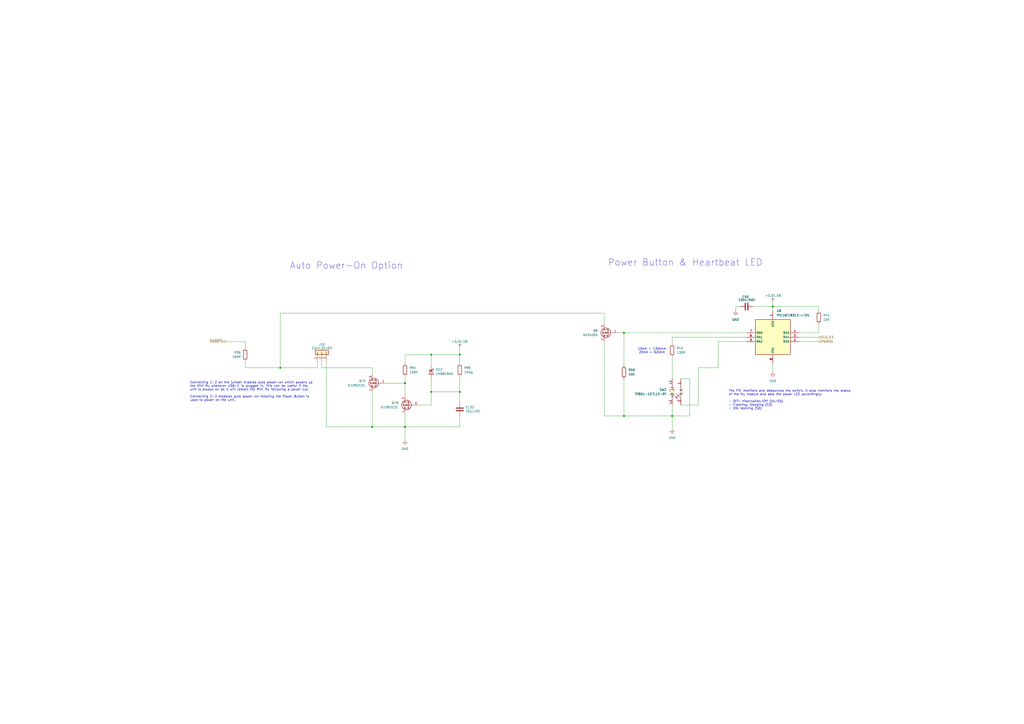
<source format=kicad_sch>
(kicad_sch
	(version 20250114)
	(generator "eeschema")
	(generator_version "9.0")
	(uuid "7dbdb224-c687-4cef-8b97-48a0b2c39b00")
	(paper "A2")
	(title_block
		(title "LattePanda Mu Console")
		(date "2025-07-30")
		(rev "V1.0")
	)
	(lib_symbols
		(symbol "Connector_Generic:Conn_01x03"
			(pin_names
				(offset 1.016)
				(hide yes)
			)
			(exclude_from_sim no)
			(in_bom yes)
			(on_board yes)
			(property "Reference" "J"
				(at 0 5.08 0)
				(effects
					(font
						(size 1.27 1.27)
					)
				)
			)
			(property "Value" "Conn_01x03"
				(at 0 -5.08 0)
				(effects
					(font
						(size 1.27 1.27)
					)
				)
			)
			(property "Footprint" ""
				(at 0 0 0)
				(effects
					(font
						(size 1.27 1.27)
					)
					(hide yes)
				)
			)
			(property "Datasheet" "~"
				(at 0 0 0)
				(effects
					(font
						(size 1.27 1.27)
					)
					(hide yes)
				)
			)
			(property "Description" "Generic connector, single row, 01x03, script generated (kicad-library-utils/schlib/autogen/connector/)"
				(at 0 0 0)
				(effects
					(font
						(size 1.27 1.27)
					)
					(hide yes)
				)
			)
			(property "ki_keywords" "connector"
				(at 0 0 0)
				(effects
					(font
						(size 1.27 1.27)
					)
					(hide yes)
				)
			)
			(property "ki_fp_filters" "Connector*:*_1x??_*"
				(at 0 0 0)
				(effects
					(font
						(size 1.27 1.27)
					)
					(hide yes)
				)
			)
			(symbol "Conn_01x03_1_1"
				(rectangle
					(start -1.27 3.81)
					(end 1.27 -3.81)
					(stroke
						(width 0.254)
						(type default)
					)
					(fill
						(type background)
					)
				)
				(rectangle
					(start -1.27 2.667)
					(end 0 2.413)
					(stroke
						(width 0.1524)
						(type default)
					)
					(fill
						(type none)
					)
				)
				(rectangle
					(start -1.27 0.127)
					(end 0 -0.127)
					(stroke
						(width 0.1524)
						(type default)
					)
					(fill
						(type none)
					)
				)
				(rectangle
					(start -1.27 -2.413)
					(end 0 -2.667)
					(stroke
						(width 0.1524)
						(type default)
					)
					(fill
						(type none)
					)
				)
				(pin passive line
					(at -5.08 2.54 0)
					(length 3.81)
					(name "Pin_1"
						(effects
							(font
								(size 1.27 1.27)
							)
						)
					)
					(number "1"
						(effects
							(font
								(size 1.27 1.27)
							)
						)
					)
				)
				(pin passive line
					(at -5.08 0 0)
					(length 3.81)
					(name "Pin_2"
						(effects
							(font
								(size 1.27 1.27)
							)
						)
					)
					(number "2"
						(effects
							(font
								(size 1.27 1.27)
							)
						)
					)
				)
				(pin passive line
					(at -5.08 -2.54 0)
					(length 3.81)
					(name "Pin_3"
						(effects
							(font
								(size 1.27 1.27)
							)
						)
					)
					(number "3"
						(effects
							(font
								(size 1.27 1.27)
							)
						)
					)
				)
			)
			(embedded_fonts no)
		)
		(symbol "Device:C"
			(pin_numbers
				(hide yes)
			)
			(pin_names
				(offset 0.254)
			)
			(exclude_from_sim no)
			(in_bom yes)
			(on_board yes)
			(property "Reference" "C"
				(at 0.635 2.54 0)
				(effects
					(font
						(size 1.27 1.27)
					)
					(justify left)
				)
			)
			(property "Value" "C"
				(at 0.635 -2.54 0)
				(effects
					(font
						(size 1.27 1.27)
					)
					(justify left)
				)
			)
			(property "Footprint" ""
				(at 0.9652 -3.81 0)
				(effects
					(font
						(size 1.27 1.27)
					)
					(hide yes)
				)
			)
			(property "Datasheet" "~"
				(at 0 0 0)
				(effects
					(font
						(size 1.27 1.27)
					)
					(hide yes)
				)
			)
			(property "Description" "Unpolarized capacitor"
				(at 0 0 0)
				(effects
					(font
						(size 1.27 1.27)
					)
					(hide yes)
				)
			)
			(property "ki_keywords" "cap capacitor"
				(at 0 0 0)
				(effects
					(font
						(size 1.27 1.27)
					)
					(hide yes)
				)
			)
			(property "ki_fp_filters" "C_*"
				(at 0 0 0)
				(effects
					(font
						(size 1.27 1.27)
					)
					(hide yes)
				)
			)
			(symbol "C_0_1"
				(polyline
					(pts
						(xy -2.032 0.762) (xy 2.032 0.762)
					)
					(stroke
						(width 0.508)
						(type default)
					)
					(fill
						(type none)
					)
				)
				(polyline
					(pts
						(xy -2.032 -0.762) (xy 2.032 -0.762)
					)
					(stroke
						(width 0.508)
						(type default)
					)
					(fill
						(type none)
					)
				)
			)
			(symbol "C_1_1"
				(pin passive line
					(at 0 3.81 270)
					(length 2.794)
					(name "~"
						(effects
							(font
								(size 1.27 1.27)
							)
						)
					)
					(number "1"
						(effects
							(font
								(size 1.27 1.27)
							)
						)
					)
				)
				(pin passive line
					(at 0 -3.81 90)
					(length 2.794)
					(name "~"
						(effects
							(font
								(size 1.27 1.27)
							)
						)
					)
					(number "2"
						(effects
							(font
								(size 1.27 1.27)
							)
						)
					)
				)
			)
			(embedded_fonts no)
		)
		(symbol "Device:R"
			(pin_numbers
				(hide yes)
			)
			(pin_names
				(offset 0)
			)
			(exclude_from_sim no)
			(in_bom yes)
			(on_board yes)
			(property "Reference" "R"
				(at 2.032 0 90)
				(effects
					(font
						(size 1.27 1.27)
					)
				)
			)
			(property "Value" "R"
				(at 0 0 90)
				(effects
					(font
						(size 1.27 1.27)
					)
				)
			)
			(property "Footprint" ""
				(at -1.778 0 90)
				(effects
					(font
						(size 1.27 1.27)
					)
					(hide yes)
				)
			)
			(property "Datasheet" "~"
				(at 0 0 0)
				(effects
					(font
						(size 1.27 1.27)
					)
					(hide yes)
				)
			)
			(property "Description" "Resistor"
				(at 0 0 0)
				(effects
					(font
						(size 1.27 1.27)
					)
					(hide yes)
				)
			)
			(property "ki_keywords" "R res resistor"
				(at 0 0 0)
				(effects
					(font
						(size 1.27 1.27)
					)
					(hide yes)
				)
			)
			(property "ki_fp_filters" "R_*"
				(at 0 0 0)
				(effects
					(font
						(size 1.27 1.27)
					)
					(hide yes)
				)
			)
			(symbol "R_0_1"
				(rectangle
					(start -1.016 -2.54)
					(end 1.016 2.54)
					(stroke
						(width 0.254)
						(type default)
					)
					(fill
						(type none)
					)
				)
			)
			(symbol "R_1_1"
				(pin passive line
					(at 0 3.81 270)
					(length 1.27)
					(name "~"
						(effects
							(font
								(size 1.27 1.27)
							)
						)
					)
					(number "1"
						(effects
							(font
								(size 1.27 1.27)
							)
						)
					)
				)
				(pin passive line
					(at 0 -3.81 90)
					(length 1.27)
					(name "~"
						(effects
							(font
								(size 1.27 1.27)
							)
						)
					)
					(number "2"
						(effects
							(font
								(size 1.27 1.27)
							)
						)
					)
				)
			)
			(embedded_fonts no)
		)
		(symbol "Diode:1N5819WS"
			(pin_numbers
				(hide yes)
			)
			(pin_names
				(offset 1.016)
				(hide yes)
			)
			(exclude_from_sim no)
			(in_bom yes)
			(on_board yes)
			(property "Reference" "D"
				(at 0 2.54 0)
				(effects
					(font
						(size 1.27 1.27)
					)
				)
			)
			(property "Value" "1N5819WS"
				(at 0 -2.54 0)
				(effects
					(font
						(size 1.27 1.27)
					)
				)
			)
			(property "Footprint" "Diode_SMD:D_SOD-323"
				(at 0 -4.445 0)
				(effects
					(font
						(size 1.27 1.27)
					)
					(hide yes)
				)
			)
			(property "Datasheet" "https://datasheet.lcsc.com/lcsc/2204281430_Guangdong-Hottech-1N5819WS_C191023.pdf"
				(at 0 0 0)
				(effects
					(font
						(size 1.27 1.27)
					)
					(hide yes)
				)
			)
			(property "Description" "40V 600mV@1A 1A SOD-323 Schottky Barrier Diodes, SOD-323"
				(at 0 0 0)
				(effects
					(font
						(size 1.27 1.27)
					)
					(hide yes)
				)
			)
			(property "ki_keywords" "diode Schottky"
				(at 0 0 0)
				(effects
					(font
						(size 1.27 1.27)
					)
					(hide yes)
				)
			)
			(property "ki_fp_filters" "D*SOD?323*"
				(at 0 0 0)
				(effects
					(font
						(size 1.27 1.27)
					)
					(hide yes)
				)
			)
			(symbol "1N5819WS_0_1"
				(polyline
					(pts
						(xy -1.905 0.635) (xy -1.905 1.27) (xy -1.27 1.27) (xy -1.27 -1.27) (xy -0.635 -1.27) (xy -0.635 -0.635)
					)
					(stroke
						(width 0.254)
						(type default)
					)
					(fill
						(type none)
					)
				)
				(polyline
					(pts
						(xy 1.27 1.27) (xy 1.27 -1.27) (xy -1.27 0) (xy 1.27 1.27)
					)
					(stroke
						(width 0.254)
						(type default)
					)
					(fill
						(type none)
					)
				)
				(polyline
					(pts
						(xy 1.27 0) (xy -1.27 0)
					)
					(stroke
						(width 0)
						(type default)
					)
					(fill
						(type none)
					)
				)
			)
			(symbol "1N5819WS_1_1"
				(pin passive line
					(at -3.81 0 0)
					(length 2.54)
					(name "K"
						(effects
							(font
								(size 1.27 1.27)
							)
						)
					)
					(number "1"
						(effects
							(font
								(size 1.27 1.27)
							)
						)
					)
				)
				(pin passive line
					(at 3.81 0 180)
					(length 2.54)
					(name "A"
						(effects
							(font
								(size 1.27 1.27)
							)
						)
					)
					(number "2"
						(effects
							(font
								(size 1.27 1.27)
							)
						)
					)
				)
			)
			(embedded_fonts no)
		)
		(symbol "MCU_Microchip_PIC12:PIC12LF1822-xSN"
			(exclude_from_sim no)
			(in_bom yes)
			(on_board yes)
			(property "Reference" "U"
				(at 1.27 13.97 0)
				(effects
					(font
						(size 1.27 1.27)
					)
					(justify left)
				)
			)
			(property "Value" "PIC12LF1822-xSN"
				(at 1.27 11.43 0)
				(effects
					(font
						(size 1.27 1.27)
					)
					(justify left)
				)
			)
			(property "Footprint" "Package_SO:SOIC-8_3.9x4.9mm_P1.27mm"
				(at 1.27 -12.065 0)
				(effects
					(font
						(size 1.27 1.27)
						(italic yes)
					)
					(justify left)
					(hide yes)
				)
			)
			(property "Datasheet" "https://ww1.microchip.com/downloads/en/DeviceDoc/41413B.pdf"
				(at 1.27 -14.605 0)
				(effects
					(font
						(size 1.27 1.27)
					)
					(justify left)
					(hide yes)
				)
			)
			(property "Description" "PIC12LF1822, 2kW FLASH, 128B SRAM, 256 EEPROM, SOIC-8"
				(at 0 0 0)
				(effects
					(font
						(size 1.27 1.27)
					)
					(hide yes)
				)
			)
			(property "ki_keywords" "FLASH-Based 8-Bit CMOS Microcontroller XLP"
				(at 0 0 0)
				(effects
					(font
						(size 1.27 1.27)
					)
					(hide yes)
				)
			)
			(property "ki_fp_filters" "SOIC*3.9x4.9mm*"
				(at 0 0 0)
				(effects
					(font
						(size 1.27 1.27)
					)
					(hide yes)
				)
			)
			(symbol "PIC12LF1822-xSN_0_1"
				(rectangle
					(start 10.16 -10.16)
					(end -10.16 10.16)
					(stroke
						(width 0.254)
						(type default)
					)
					(fill
						(type background)
					)
				)
			)
			(symbol "PIC12LF1822-xSN_1_1"
				(pin bidirectional line
					(at -15.24 2.54 0)
					(length 5.08)
					(name "RA0"
						(effects
							(font
								(size 1.27 1.27)
							)
						)
					)
					(number "7"
						(effects
							(font
								(size 1.27 1.27)
							)
						)
					)
				)
				(pin bidirectional line
					(at -15.24 0 0)
					(length 5.08)
					(name "RA1"
						(effects
							(font
								(size 1.27 1.27)
							)
						)
					)
					(number "6"
						(effects
							(font
								(size 1.27 1.27)
							)
						)
					)
				)
				(pin bidirectional line
					(at -15.24 -2.54 0)
					(length 5.08)
					(name "RA2"
						(effects
							(font
								(size 1.27 1.27)
							)
						)
					)
					(number "5"
						(effects
							(font
								(size 1.27 1.27)
							)
						)
					)
				)
				(pin power_in line
					(at 0 15.24 270)
					(length 5.08)
					(name "VDD"
						(effects
							(font
								(size 1.27 1.27)
							)
						)
					)
					(number "1"
						(effects
							(font
								(size 1.27 1.27)
							)
						)
					)
				)
				(pin power_in line
					(at 0 -15.24 90)
					(length 5.08)
					(name "VSS"
						(effects
							(font
								(size 1.27 1.27)
							)
						)
					)
					(number "8"
						(effects
							(font
								(size 1.27 1.27)
							)
						)
					)
				)
				(pin input line
					(at 15.24 2.54 180)
					(length 5.08)
					(name "RA3"
						(effects
							(font
								(size 1.27 1.27)
							)
						)
					)
					(number "4"
						(effects
							(font
								(size 1.27 1.27)
							)
						)
					)
				)
				(pin bidirectional line
					(at 15.24 0 180)
					(length 5.08)
					(name "RA4"
						(effects
							(font
								(size 1.27 1.27)
							)
						)
					)
					(number "3"
						(effects
							(font
								(size 1.27 1.27)
							)
						)
					)
				)
				(pin bidirectional line
					(at 15.24 -2.54 180)
					(length 5.08)
					(name "RA5"
						(effects
							(font
								(size 1.27 1.27)
							)
						)
					)
					(number "2"
						(effects
							(font
								(size 1.27 1.27)
							)
						)
					)
				)
			)
			(embedded_fonts no)
		)
		(symbol "Transistor_FET:AO3400A"
			(pin_names
				(hide yes)
			)
			(exclude_from_sim no)
			(in_bom yes)
			(on_board yes)
			(property "Reference" "Q"
				(at 5.08 1.905 0)
				(effects
					(font
						(size 1.27 1.27)
					)
					(justify left)
				)
			)
			(property "Value" "AO3400A"
				(at 5.08 0 0)
				(effects
					(font
						(size 1.27 1.27)
					)
					(justify left)
				)
			)
			(property "Footprint" "Package_TO_SOT_SMD:SOT-23"
				(at 5.08 -1.905 0)
				(effects
					(font
						(size 1.27 1.27)
						(italic yes)
					)
					(justify left)
					(hide yes)
				)
			)
			(property "Datasheet" "http://www.aosmd.com/pdfs/datasheet/AO3400A.pdf"
				(at 5.08 -3.81 0)
				(effects
					(font
						(size 1.27 1.27)
					)
					(justify left)
					(hide yes)
				)
			)
			(property "Description" "30V Vds, 5.7A Id, N-Channel MOSFET, SOT-23"
				(at 0 0 0)
				(effects
					(font
						(size 1.27 1.27)
					)
					(hide yes)
				)
			)
			(property "ki_keywords" "N-Channel MOSFET"
				(at 0 0 0)
				(effects
					(font
						(size 1.27 1.27)
					)
					(hide yes)
				)
			)
			(property "ki_fp_filters" "SOT?23*"
				(at 0 0 0)
				(effects
					(font
						(size 1.27 1.27)
					)
					(hide yes)
				)
			)
			(symbol "AO3400A_0_1"
				(polyline
					(pts
						(xy 0.254 1.905) (xy 0.254 -1.905)
					)
					(stroke
						(width 0.254)
						(type default)
					)
					(fill
						(type none)
					)
				)
				(polyline
					(pts
						(xy 0.254 0) (xy -2.54 0)
					)
					(stroke
						(width 0)
						(type default)
					)
					(fill
						(type none)
					)
				)
				(polyline
					(pts
						(xy 0.762 2.286) (xy 0.762 1.27)
					)
					(stroke
						(width 0.254)
						(type default)
					)
					(fill
						(type none)
					)
				)
				(polyline
					(pts
						(xy 0.762 0.508) (xy 0.762 -0.508)
					)
					(stroke
						(width 0.254)
						(type default)
					)
					(fill
						(type none)
					)
				)
				(polyline
					(pts
						(xy 0.762 -1.27) (xy 0.762 -2.286)
					)
					(stroke
						(width 0.254)
						(type default)
					)
					(fill
						(type none)
					)
				)
				(polyline
					(pts
						(xy 0.762 -1.778) (xy 3.302 -1.778) (xy 3.302 1.778) (xy 0.762 1.778)
					)
					(stroke
						(width 0)
						(type default)
					)
					(fill
						(type none)
					)
				)
				(polyline
					(pts
						(xy 1.016 0) (xy 2.032 0.381) (xy 2.032 -0.381) (xy 1.016 0)
					)
					(stroke
						(width 0)
						(type default)
					)
					(fill
						(type outline)
					)
				)
				(circle
					(center 1.651 0)
					(radius 2.794)
					(stroke
						(width 0.254)
						(type default)
					)
					(fill
						(type none)
					)
				)
				(polyline
					(pts
						(xy 2.54 2.54) (xy 2.54 1.778)
					)
					(stroke
						(width 0)
						(type default)
					)
					(fill
						(type none)
					)
				)
				(circle
					(center 2.54 1.778)
					(radius 0.254)
					(stroke
						(width 0)
						(type default)
					)
					(fill
						(type outline)
					)
				)
				(circle
					(center 2.54 -1.778)
					(radius 0.254)
					(stroke
						(width 0)
						(type default)
					)
					(fill
						(type outline)
					)
				)
				(polyline
					(pts
						(xy 2.54 -2.54) (xy 2.54 0) (xy 0.762 0)
					)
					(stroke
						(width 0)
						(type default)
					)
					(fill
						(type none)
					)
				)
				(polyline
					(pts
						(xy 2.794 0.508) (xy 2.921 0.381) (xy 3.683 0.381) (xy 3.81 0.254)
					)
					(stroke
						(width 0)
						(type default)
					)
					(fill
						(type none)
					)
				)
				(polyline
					(pts
						(xy 3.302 0.381) (xy 2.921 -0.254) (xy 3.683 -0.254) (xy 3.302 0.381)
					)
					(stroke
						(width 0)
						(type default)
					)
					(fill
						(type none)
					)
				)
			)
			(symbol "AO3400A_1_1"
				(pin input line
					(at -5.08 0 0)
					(length 2.54)
					(name "G"
						(effects
							(font
								(size 1.27 1.27)
							)
						)
					)
					(number "1"
						(effects
							(font
								(size 1.27 1.27)
							)
						)
					)
				)
				(pin passive line
					(at 2.54 5.08 270)
					(length 2.54)
					(name "D"
						(effects
							(font
								(size 1.27 1.27)
							)
						)
					)
					(number "3"
						(effects
							(font
								(size 1.27 1.27)
							)
						)
					)
				)
				(pin passive line
					(at 2.54 -5.08 90)
					(length 2.54)
					(name "S"
						(effects
							(font
								(size 1.27 1.27)
							)
						)
					)
					(number "2"
						(effects
							(font
								(size 1.27 1.27)
							)
						)
					)
				)
			)
			(embedded_fonts no)
		)
		(symbol "Transistor_FET:BSD840N"
			(pin_names
				(hide yes)
			)
			(exclude_from_sim no)
			(in_bom yes)
			(on_board yes)
			(property "Reference" "Q"
				(at 5.08 1.905 0)
				(effects
					(font
						(size 1.27 1.27)
					)
					(justify left)
				)
			)
			(property "Value" "BSD840N"
				(at 5.08 0 0)
				(effects
					(font
						(size 1.27 1.27)
					)
					(justify left)
				)
			)
			(property "Footprint" "Package_TO_SOT_SMD:SOT-363_SC-70-6"
				(at 5.08 -1.905 0)
				(effects
					(font
						(size 1.27 1.27)
						(italic yes)
					)
					(justify left)
					(hide yes)
				)
			)
			(property "Datasheet" "https://www.infineon.com/dgdl/BSD840N_Rev2%204.pdf?fileId=db3a30431b0626df011b12b4486c7c02"
				(at 5.08 -3.81 0)
				(effects
					(font
						(size 1.27 1.27)
					)
					(justify left)
					(hide yes)
				)
			)
			(property "Description" "0.88A Id, 20V Vds, Dual N-Channel MOSFET, 560mOhm Ron at 1.8V Vgs (ultra logic level), SOT-363"
				(at 0 0 0)
				(effects
					(font
						(size 1.27 1.27)
					)
					(hide yes)
				)
			)
			(property "ki_keywords" "nfet pair"
				(at 0 0 0)
				(effects
					(font
						(size 1.27 1.27)
					)
					(hide yes)
				)
			)
			(property "ki_fp_filters" "SOT?363*"
				(at 0 0 0)
				(effects
					(font
						(size 1.27 1.27)
					)
					(hide yes)
				)
			)
			(symbol "BSD840N_0_1"
				(polyline
					(pts
						(xy 0.254 1.905) (xy 0.254 -1.905)
					)
					(stroke
						(width 0.254)
						(type default)
					)
					(fill
						(type none)
					)
				)
				(polyline
					(pts
						(xy 0.254 0) (xy -2.54 0)
					)
					(stroke
						(width 0)
						(type default)
					)
					(fill
						(type none)
					)
				)
				(polyline
					(pts
						(xy 0.762 2.286) (xy 0.762 1.27)
					)
					(stroke
						(width 0.254)
						(type default)
					)
					(fill
						(type none)
					)
				)
				(polyline
					(pts
						(xy 0.762 0.508) (xy 0.762 -0.508)
					)
					(stroke
						(width 0.254)
						(type default)
					)
					(fill
						(type none)
					)
				)
				(polyline
					(pts
						(xy 0.762 -1.27) (xy 0.762 -2.286)
					)
					(stroke
						(width 0.254)
						(type default)
					)
					(fill
						(type none)
					)
				)
				(polyline
					(pts
						(xy 0.762 -1.778) (xy 3.302 -1.778) (xy 3.302 1.778) (xy 0.762 1.778)
					)
					(stroke
						(width 0)
						(type default)
					)
					(fill
						(type none)
					)
				)
				(polyline
					(pts
						(xy 1.016 0) (xy 2.032 0.381) (xy 2.032 -0.381) (xy 1.016 0)
					)
					(stroke
						(width 0)
						(type default)
					)
					(fill
						(type outline)
					)
				)
				(circle
					(center 1.651 0)
					(radius 2.794)
					(stroke
						(width 0.254)
						(type default)
					)
					(fill
						(type none)
					)
				)
				(polyline
					(pts
						(xy 2.54 2.54) (xy 2.54 1.778)
					)
					(stroke
						(width 0)
						(type default)
					)
					(fill
						(type none)
					)
				)
				(circle
					(center 2.54 1.778)
					(radius 0.254)
					(stroke
						(width 0)
						(type default)
					)
					(fill
						(type outline)
					)
				)
				(circle
					(center 2.54 -1.778)
					(radius 0.254)
					(stroke
						(width 0)
						(type default)
					)
					(fill
						(type outline)
					)
				)
				(polyline
					(pts
						(xy 2.54 -2.54) (xy 2.54 0) (xy 0.762 0)
					)
					(stroke
						(width 0)
						(type default)
					)
					(fill
						(type none)
					)
				)
				(polyline
					(pts
						(xy 2.794 0.508) (xy 2.921 0.381) (xy 3.683 0.381) (xy 3.81 0.254)
					)
					(stroke
						(width 0)
						(type default)
					)
					(fill
						(type none)
					)
				)
				(polyline
					(pts
						(xy 3.302 0.381) (xy 2.921 -0.254) (xy 3.683 -0.254) (xy 3.302 0.381)
					)
					(stroke
						(width 0)
						(type default)
					)
					(fill
						(type none)
					)
				)
			)
			(symbol "BSD840N_1_1"
				(pin passive line
					(at -5.08 0 0)
					(length 2.54)
					(name "G"
						(effects
							(font
								(size 1.27 1.27)
							)
						)
					)
					(number "2"
						(effects
							(font
								(size 1.27 1.27)
							)
						)
					)
				)
				(pin passive line
					(at 2.54 5.08 270)
					(length 2.54)
					(name "D"
						(effects
							(font
								(size 1.27 1.27)
							)
						)
					)
					(number "6"
						(effects
							(font
								(size 1.27 1.27)
							)
						)
					)
				)
				(pin passive line
					(at 2.54 -5.08 90)
					(length 2.54)
					(name "S"
						(effects
							(font
								(size 1.27 1.27)
							)
						)
					)
					(number "1"
						(effects
							(font
								(size 1.27 1.27)
							)
						)
					)
				)
			)
			(symbol "BSD840N_2_1"
				(pin passive line
					(at -5.08 0 0)
					(length 2.54)
					(name "G"
						(effects
							(font
								(size 1.27 1.27)
							)
						)
					)
					(number "5"
						(effects
							(font
								(size 1.27 1.27)
							)
						)
					)
				)
				(pin passive line
					(at 2.54 5.08 270)
					(length 2.54)
					(name "D"
						(effects
							(font
								(size 1.27 1.27)
							)
						)
					)
					(number "3"
						(effects
							(font
								(size 1.27 1.27)
							)
						)
					)
				)
				(pin passive line
					(at 2.54 -5.08 90)
					(length 2.54)
					(name "S"
						(effects
							(font
								(size 1.27 1.27)
							)
						)
					)
					(number "4"
						(effects
							(font
								(size 1.27 1.27)
							)
						)
					)
				)
			)
			(embedded_fonts no)
		)
		(symbol "easyeda2kicad:TPB01-107L1S-RF"
			(exclude_from_sim no)
			(in_bom yes)
			(on_board yes)
			(property "Reference" "SW"
				(at 0 7.62 0)
				(effects
					(font
						(size 1.27 1.27)
					)
				)
			)
			(property "Value" "TPB01-107L1S-RF"
				(at 0 -7.62 0)
				(effects
					(font
						(size 1.27 1.27)
					)
				)
			)
			(property "Footprint" "easyeda2kicad:SW-TH_L13.4-W7.7_TPB01-107L1S-RF"
				(at 0 -10.16 0)
				(effects
					(font
						(size 1.27 1.27)
					)
					(hide yes)
				)
			)
			(property "Datasheet" ""
				(at 0 0 0)
				(effects
					(font
						(size 1.27 1.27)
					)
					(hide yes)
				)
			)
			(property "Description" ""
				(at 0 0 0)
				(effects
					(font
						(size 1.27 1.27)
					)
					(hide yes)
				)
			)
			(property "LCSC Part" "C2762119"
				(at 0 -12.7 0)
				(effects
					(font
						(size 1.27 1.27)
					)
					(hide yes)
				)
			)
			(symbol "TPB01-107L1S-RF_0_1"
				(polyline
					(pts
						(xy -3.81 -2.54) (xy -1.27 -2.54) (xy -1.52 -2.54)
					)
					(stroke
						(width 0)
						(type default)
					)
					(fill
						(type none)
					)
				)
				(polyline
					(pts
						(xy -2.54 2.54) (xy -0.76 2.54)
					)
					(stroke
						(width 0)
						(type default)
					)
					(fill
						(type none)
					)
				)
				(polyline
					(pts
						(xy -1.27 -1.02) (xy 1.27 -2.54) (xy -1.27 -4.32) (xy -1.27 -1.02)
					)
					(stroke
						(width 0)
						(type default)
					)
					(fill
						(type background)
					)
				)
				(circle
					(center -0.76 2.54)
					(radius 0.25)
					(stroke
						(width 0)
						(type default)
					)
					(fill
						(type none)
					)
				)
				(circle
					(center 0.76 2.54)
					(radius 0.25)
					(stroke
						(width 0)
						(type default)
					)
					(fill
						(type none)
					)
				)
				(polyline
					(pts
						(xy 1.02 3.81) (xy -0.76 2.79)
					)
					(stroke
						(width 0)
						(type default)
					)
					(fill
						(type none)
					)
				)
				(polyline
					(pts
						(xy 1.02 -0.25) (xy 2.79 1.52)
					)
					(stroke
						(width 0)
						(type default)
					)
					(fill
						(type none)
					)
				)
				(polyline
					(pts
						(xy 1.27 -0.76) (xy 1.27 -4.32)
					)
					(stroke
						(width 0)
						(type default)
					)
					(fill
						(type none)
					)
				)
				(polyline
					(pts
						(xy 1.52 2.54) (xy 0.76 2.54)
					)
					(stroke
						(width 0)
						(type default)
					)
					(fill
						(type none)
					)
				)
				(polyline
					(pts
						(xy 2.03 -1.27) (xy 3.81 0.51)
					)
					(stroke
						(width 0)
						(type default)
					)
					(fill
						(type none)
					)
				)
				(polyline
					(pts
						(xy 2.54 2.54) (xy 1.52 2.54)
					)
					(stroke
						(width 0)
						(type default)
					)
					(fill
						(type none)
					)
				)
				(polyline
					(pts
						(xy 2.79 1.52) (xy 1.78 1.02) (xy 2.29 0.51) (xy 2.79 1.52)
					)
					(stroke
						(width 0)
						(type default)
					)
					(fill
						(type background)
					)
				)
				(polyline
					(pts
						(xy 3.81 0.51) (xy 2.79 0) (xy 3.3 -0.51) (xy 3.81 0.51)
					)
					(stroke
						(width 0)
						(type default)
					)
					(fill
						(type background)
					)
				)
				(polyline
					(pts
						(xy 3.81 -2.54) (xy 1.27 -2.54)
					)
					(stroke
						(width 0)
						(type default)
					)
					(fill
						(type none)
					)
				)
				(pin unspecified line
					(at -7.62 2.54 0)
					(length 5.08)
					(name "1"
						(effects
							(font
								(size 1.27 1.27)
							)
						)
					)
					(number "1"
						(effects
							(font
								(size 1.27 1.27)
							)
						)
					)
				)
				(pin unspecified line
					(at -7.62 -2.54 0)
					(length 3.81)
					(name "L1"
						(effects
							(font
								(size 1.27 1.27)
							)
						)
					)
					(number "L1"
						(effects
							(font
								(size 1.27 1.27)
							)
						)
					)
				)
				(pin unspecified line
					(at 7.62 2.54 180)
					(length 5.08)
					(name "2"
						(effects
							(font
								(size 1.27 1.27)
							)
						)
					)
					(number "2"
						(effects
							(font
								(size 1.27 1.27)
							)
						)
					)
				)
				(pin unspecified line
					(at 7.62 -2.54 180)
					(length 3.81)
					(name "L2"
						(effects
							(font
								(size 1.27 1.27)
							)
						)
					)
					(number "L2"
						(effects
							(font
								(size 1.27 1.27)
							)
						)
					)
				)
			)
			(embedded_fonts no)
		)
		(symbol "power:+1V0"
			(power)
			(pin_numbers
				(hide yes)
			)
			(pin_names
				(offset 0)
				(hide yes)
			)
			(exclude_from_sim no)
			(in_bom yes)
			(on_board yes)
			(property "Reference" "#PWR"
				(at 0 -3.81 0)
				(effects
					(font
						(size 1.27 1.27)
					)
					(hide yes)
				)
			)
			(property "Value" "+1V0"
				(at 0 3.556 0)
				(effects
					(font
						(size 1.27 1.27)
					)
				)
			)
			(property "Footprint" ""
				(at 0 0 0)
				(effects
					(font
						(size 1.27 1.27)
					)
					(hide yes)
				)
			)
			(property "Datasheet" ""
				(at 0 0 0)
				(effects
					(font
						(size 1.27 1.27)
					)
					(hide yes)
				)
			)
			(property "Description" "Power symbol creates a global label with name \"+1V0\""
				(at 0 0 0)
				(effects
					(font
						(size 1.27 1.27)
					)
					(hide yes)
				)
			)
			(property "ki_keywords" "global power"
				(at 0 0 0)
				(effects
					(font
						(size 1.27 1.27)
					)
					(hide yes)
				)
			)
			(symbol "+1V0_0_1"
				(polyline
					(pts
						(xy -0.762 1.27) (xy 0 2.54)
					)
					(stroke
						(width 0)
						(type default)
					)
					(fill
						(type none)
					)
				)
				(polyline
					(pts
						(xy 0 2.54) (xy 0.762 1.27)
					)
					(stroke
						(width 0)
						(type default)
					)
					(fill
						(type none)
					)
				)
				(polyline
					(pts
						(xy 0 0) (xy 0 2.54)
					)
					(stroke
						(width 0)
						(type default)
					)
					(fill
						(type none)
					)
				)
			)
			(symbol "+1V0_1_1"
				(pin power_in line
					(at 0 0 90)
					(length 0)
					(name "~"
						(effects
							(font
								(size 1.27 1.27)
							)
						)
					)
					(number "1"
						(effects
							(font
								(size 1.27 1.27)
							)
						)
					)
				)
			)
			(embedded_fonts no)
		)
		(symbol "power:GND"
			(power)
			(pin_numbers
				(hide yes)
			)
			(pin_names
				(offset 0)
				(hide yes)
			)
			(exclude_from_sim no)
			(in_bom yes)
			(on_board yes)
			(property "Reference" "#PWR"
				(at 0 -6.35 0)
				(effects
					(font
						(size 1.27 1.27)
					)
					(hide yes)
				)
			)
			(property "Value" "GND"
				(at 0 -3.81 0)
				(effects
					(font
						(size 1.27 1.27)
					)
				)
			)
			(property "Footprint" ""
				(at 0 0 0)
				(effects
					(font
						(size 1.27 1.27)
					)
					(hide yes)
				)
			)
			(property "Datasheet" ""
				(at 0 0 0)
				(effects
					(font
						(size 1.27 1.27)
					)
					(hide yes)
				)
			)
			(property "Description" "Power symbol creates a global label with name \"GND\" , ground"
				(at 0 0 0)
				(effects
					(font
						(size 1.27 1.27)
					)
					(hide yes)
				)
			)
			(property "ki_keywords" "global power"
				(at 0 0 0)
				(effects
					(font
						(size 1.27 1.27)
					)
					(hide yes)
				)
			)
			(symbol "GND_0_1"
				(polyline
					(pts
						(xy 0 0) (xy 0 -1.27) (xy 1.27 -1.27) (xy 0 -2.54) (xy -1.27 -1.27) (xy 0 -1.27)
					)
					(stroke
						(width 0)
						(type default)
					)
					(fill
						(type none)
					)
				)
			)
			(symbol "GND_1_1"
				(pin power_in line
					(at 0 0 270)
					(length 0)
					(name "~"
						(effects
							(font
								(size 1.27 1.27)
							)
						)
					)
					(number "1"
						(effects
							(font
								(size 1.27 1.27)
							)
						)
					)
				)
			)
			(embedded_fonts no)
		)
	)
	(text "Power Button & Heartbeat LED"
		(exclude_from_sim no)
		(at 397.51 152.4 0)
		(effects
			(font
				(size 3.81 3.81)
			)
		)
		(uuid "049af5f9-0bca-4654-af90-a0dcb42dab3a")
	)
	(text "10mA = 130ohm\n20mA = 62ohm"
		(exclude_from_sim no)
		(at 378.206 203.454 0)
		(effects
			(font
				(size 1.27 1.27)
			)
		)
		(uuid "1d20c234-e149-4405-95f6-bb54f2707841")
	)
	(text "Auto Power-On Option"
		(exclude_from_sim no)
		(at 200.914 154.178 0)
		(effects
			(font
				(size 3.81 3.81)
			)
		)
		(uuid "a8145ea5-8f18-4515-bc76-80eb7bc38a07")
	)
	(text "Connecting 1-2 on the jumper enables auto power-on which powers up\nthe Mini Mu whenever USB-C is plugged in. This can be useful if the\nunit is always on as it will restart the Mini Mu following a power cut.\n\nConnecting 2-3 disables auto power-on meaning the Power Button is \nused to power on the unit."
		(exclude_from_sim no)
		(at 110.236 232.918 0)
		(effects
			(font
				(size 1.27 1.27)
			)
			(justify left bottom)
		)
		(uuid "bcf0ae99-d7fa-419a-a935-20528f8ba4fb")
	)
	(text "The PIC monitors and debounces the switch. It also monitors the status\nof the Mu module and sets the power LED accordingly:\n\n- OFF: Hibernation/Off (S4/S5)\n- Flashing: Sleeping (S3)\n- ON: Working (S0)"
		(exclude_from_sim no)
		(at 422.656 237.744 0)
		(effects
			(font
				(size 1.27 1.27)
			)
			(justify left bottom)
		)
		(uuid "f38f6084-5eea-4875-a2e2-cf02d030779c")
	)
	(junction
		(at 162.56 213.36)
		(diameter 0)
		(color 0 0 0 0)
		(uuid "111c326a-7f09-462d-862c-5d86e482f711")
	)
	(junction
		(at 389.89 241.3)
		(diameter 0)
		(color 0 0 0 0)
		(uuid "22ae1659-f220-4e95-bf2e-cfe1e1941380")
	)
	(junction
		(at 448.31 177.8)
		(diameter 0)
		(color 0 0 0 0)
		(uuid "3b394c64-3aeb-4273-903a-9011c6ebcbb8")
	)
	(junction
		(at 266.7 205.74)
		(diameter 0)
		(color 0 0 0 0)
		(uuid "580c5a90-cba7-49fe-9e53-8e6055187cef")
	)
	(junction
		(at 361.95 241.3)
		(diameter 0)
		(color 0 0 0 0)
		(uuid "6684cbcb-9258-47aa-a942-3c60871c403b")
	)
	(junction
		(at 234.95 247.65)
		(diameter 0)
		(color 0 0 0 0)
		(uuid "9464cc3b-6c02-4162-98a4-057bd85a2a4b")
	)
	(junction
		(at 250.19 227.33)
		(diameter 0)
		(color 0 0 0 0)
		(uuid "9ef89142-4ce0-4437-a4c8-5057ad7195d0")
	)
	(junction
		(at 234.95 222.25)
		(diameter 0)
		(color 0 0 0 0)
		(uuid "b04bcfa6-ca84-45b6-9b57-3bfa2e22e444")
	)
	(junction
		(at 250.19 205.74)
		(diameter 0)
		(color 0 0 0 0)
		(uuid "c57b332e-0e7f-4fd6-8387-f0757d18ed82")
	)
	(junction
		(at 215.9 247.65)
		(diameter 0)
		(color 0 0 0 0)
		(uuid "ca77e0ff-1a66-4d1c-a35f-b4dfe4ebdc98")
	)
	(junction
		(at 361.95 193.04)
		(diameter 0)
		(color 0 0 0 0)
		(uuid "ce3b33be-44ea-4766-ac92-0d764a16e923")
	)
	(junction
		(at 266.7 227.33)
		(diameter 0)
		(color 0 0 0 0)
		(uuid "eb090d4a-9ca8-4a6a-87f5-4573fe7579e0")
	)
	(wire
		(pts
			(xy 234.95 247.65) (xy 234.95 240.03)
		)
		(stroke
			(width 0)
			(type default)
		)
		(uuid "01617a59-32a4-4e40-a43e-3bfc3429bf09")
	)
	(wire
		(pts
			(xy 189.23 209.55) (xy 189.23 247.65)
		)
		(stroke
			(width 0)
			(type default)
		)
		(uuid "016910fd-fd5b-4fe2-809d-1c39a997e2b9")
	)
	(wire
		(pts
			(xy 426.72 180.34) (xy 426.72 177.8)
		)
		(stroke
			(width 0)
			(type default)
		)
		(uuid "036bbb01-b105-48f6-b40a-a912a26a6435")
	)
	(wire
		(pts
			(xy 433.07 198.12) (xy 416.56 198.12)
		)
		(stroke
			(width 0)
			(type default)
		)
		(uuid "07231795-a0c3-4322-8776-95a14a50d6d8")
	)
	(wire
		(pts
			(xy 389.89 195.58) (xy 433.07 195.58)
		)
		(stroke
			(width 0)
			(type default)
		)
		(uuid "07f3d0ed-51b0-4548-8e2f-bc5570e4629d")
	)
	(wire
		(pts
			(xy 426.72 177.8) (xy 429.26 177.8)
		)
		(stroke
			(width 0)
			(type default)
		)
		(uuid "0d7655bf-146a-42fa-b46c-dcf5b4536878")
	)
	(wire
		(pts
			(xy 242.57 234.95) (xy 250.19 234.95)
		)
		(stroke
			(width 0)
			(type default)
		)
		(uuid "11f5f58a-bca9-41a5-a435-ea43ccefbd05")
	)
	(wire
		(pts
			(xy 250.19 205.74) (xy 266.7 205.74)
		)
		(stroke
			(width 0)
			(type default)
		)
		(uuid "187c9f8f-e8dd-4f51-b66c-30f1f9d64432")
	)
	(wire
		(pts
			(xy 234.95 205.74) (xy 234.95 210.82)
		)
		(stroke
			(width 0)
			(type default)
		)
		(uuid "1c303034-a41a-418c-8194-19f48a07ed4f")
	)
	(wire
		(pts
			(xy 234.95 218.44) (xy 234.95 222.25)
		)
		(stroke
			(width 0)
			(type default)
		)
		(uuid "1e81e35d-1e51-43d4-b5ca-8609ce13459f")
	)
	(wire
		(pts
			(xy 389.89 241.3) (xy 400.05 241.3)
		)
		(stroke
			(width 0)
			(type default)
		)
		(uuid "20a75575-7764-45b2-9b50-1f72e9d7639b")
	)
	(wire
		(pts
			(xy 234.95 205.74) (xy 250.19 205.74)
		)
		(stroke
			(width 0)
			(type default)
		)
		(uuid "24558f79-b8e8-4e84-91a9-6038dd62000e")
	)
	(wire
		(pts
			(xy 162.56 181.61) (xy 162.56 213.36)
		)
		(stroke
			(width 0)
			(type default)
		)
		(uuid "2dc46011-18ac-40a8-861d-e4bee6e9ae47")
	)
	(wire
		(pts
			(xy 250.19 227.33) (xy 266.7 227.33)
		)
		(stroke
			(width 0)
			(type default)
		)
		(uuid "30b8265d-9aa1-44a3-9180-7fe44e476711")
	)
	(wire
		(pts
			(xy 389.89 195.58) (xy 389.89 199.39)
		)
		(stroke
			(width 0)
			(type default)
		)
		(uuid "31ecd151-dd55-47b2-a101-6f045a20b4f6")
	)
	(wire
		(pts
			(xy 215.9 247.65) (xy 234.95 247.65)
		)
		(stroke
			(width 0)
			(type default)
		)
		(uuid "3939339d-984e-4089-b477-1b7dee211159")
	)
	(wire
		(pts
			(xy 416.56 198.12) (xy 416.56 213.36)
		)
		(stroke
			(width 0)
			(type default)
		)
		(uuid "3a8a4fdf-61d2-40cb-ae58-47b59b332249")
	)
	(wire
		(pts
			(xy 394.97 234.95) (xy 405.13 234.95)
		)
		(stroke
			(width 0)
			(type default)
		)
		(uuid "3d72544f-ab62-4efd-a740-266c65e6be80")
	)
	(wire
		(pts
			(xy 389.89 234.95) (xy 389.89 241.3)
		)
		(stroke
			(width 0)
			(type default)
		)
		(uuid "3fdd21a5-439c-468c-affb-cc9e4503c9a5")
	)
	(wire
		(pts
			(xy 474.98 195.58) (xy 463.55 195.58)
		)
		(stroke
			(width 0)
			(type default)
		)
		(uuid "40eb6446-aa0d-4e30-96b2-92f76aa49bd2")
	)
	(wire
		(pts
			(xy 361.95 241.3) (xy 389.89 241.3)
		)
		(stroke
			(width 0)
			(type default)
		)
		(uuid "45f1d68c-4fc8-4084-a780-b34e8c01077a")
	)
	(wire
		(pts
			(xy 394.97 219.71) (xy 400.05 219.71)
		)
		(stroke
			(width 0)
			(type default)
		)
		(uuid "4c042d5d-a576-4fad-be9d-6d5f0b87b4a5")
	)
	(wire
		(pts
			(xy 266.7 218.44) (xy 266.7 227.33)
		)
		(stroke
			(width 0)
			(type default)
		)
		(uuid "4d843165-fc39-4655-aac6-185f7f8e0f83")
	)
	(wire
		(pts
			(xy 474.98 198.12) (xy 463.55 198.12)
		)
		(stroke
			(width 0)
			(type default)
		)
		(uuid "4daeeb15-577b-4360-ae01-f41bd6397048")
	)
	(wire
		(pts
			(xy 234.95 222.25) (xy 234.95 229.87)
		)
		(stroke
			(width 0)
			(type default)
		)
		(uuid "509ddc5c-ce63-4c70-ad31-aa9509a90143")
	)
	(wire
		(pts
			(xy 189.23 247.65) (xy 215.9 247.65)
		)
		(stroke
			(width 0)
			(type default)
		)
		(uuid "5347ef00-e4e1-4b57-9a83-ef757b436b14")
	)
	(wire
		(pts
			(xy 250.19 219.71) (xy 250.19 227.33)
		)
		(stroke
			(width 0)
			(type default)
		)
		(uuid "6116a7fb-70ff-4114-ac7e-92e5b412ebe0")
	)
	(wire
		(pts
			(xy 361.95 219.71) (xy 361.95 241.3)
		)
		(stroke
			(width 0)
			(type default)
		)
		(uuid "615600ac-e46a-49d8-a217-d91c9edb99cf")
	)
	(wire
		(pts
			(xy 266.7 227.33) (xy 266.7 233.68)
		)
		(stroke
			(width 0)
			(type default)
		)
		(uuid "68601ca3-0f51-429f-8445-fefc8eb3e01f")
	)
	(wire
		(pts
			(xy 361.95 193.04) (xy 361.95 212.09)
		)
		(stroke
			(width 0)
			(type default)
		)
		(uuid "6f6b7833-c0cf-483a-8add-a147cdcb6e95")
	)
	(wire
		(pts
			(xy 358.14 193.04) (xy 361.95 193.04)
		)
		(stroke
			(width 0)
			(type default)
		)
		(uuid "71231b1d-69c9-4cf3-a625-fe223f8296f0")
	)
	(wire
		(pts
			(xy 474.98 187.96) (xy 474.98 193.04)
		)
		(stroke
			(width 0)
			(type default)
		)
		(uuid "75e5ef28-3021-4c77-837d-d582dc41232b")
	)
	(wire
		(pts
			(xy 474.98 177.8) (xy 448.31 177.8)
		)
		(stroke
			(width 0)
			(type default)
		)
		(uuid "7950188f-344b-49b0-a2cd-a3f199429e9a")
	)
	(wire
		(pts
			(xy 405.13 213.36) (xy 416.56 213.36)
		)
		(stroke
			(width 0)
			(type default)
		)
		(uuid "795624f8-60f7-4a99-8ee7-f1a3a9f2cde9")
	)
	(wire
		(pts
			(xy 186.69 209.55) (xy 186.69 213.36)
		)
		(stroke
			(width 0)
			(type default)
		)
		(uuid "81793e1d-37ad-43c9-991c-8936adc15d68")
	)
	(wire
		(pts
			(xy 436.88 177.8) (xy 448.31 177.8)
		)
		(stroke
			(width 0)
			(type default)
		)
		(uuid "81f2be94-ed6e-47d7-a7bc-939cd4027612")
	)
	(wire
		(pts
			(xy 234.95 247.65) (xy 234.95 255.27)
		)
		(stroke
			(width 0)
			(type default)
		)
		(uuid "8235a5b7-7ca5-4106-bbbe-cfe7329d2f48")
	)
	(wire
		(pts
			(xy 350.52 181.61) (xy 162.56 181.61)
		)
		(stroke
			(width 0)
			(type default)
		)
		(uuid "82882138-b42f-4141-bcca-6374a39da965")
	)
	(wire
		(pts
			(xy 250.19 205.74) (xy 250.19 212.09)
		)
		(stroke
			(width 0)
			(type default)
		)
		(uuid "83d96170-acf3-4e7d-bd7b-8d39a2282e00")
	)
	(wire
		(pts
			(xy 215.9 217.17) (xy 215.9 213.36)
		)
		(stroke
			(width 0)
			(type default)
		)
		(uuid "83dc4952-7c61-49b7-8640-46c62a716362")
	)
	(wire
		(pts
			(xy 223.52 222.25) (xy 234.95 222.25)
		)
		(stroke
			(width 0)
			(type default)
		)
		(uuid "85b79cc3-0ba5-4c52-9e1e-83dd788a60b1")
	)
	(wire
		(pts
			(xy 350.52 198.12) (xy 350.52 241.3)
		)
		(stroke
			(width 0)
			(type default)
		)
		(uuid "977e04c7-bb77-40db-92b4-4215ea9d67e3")
	)
	(wire
		(pts
			(xy 474.98 193.04) (xy 463.55 193.04)
		)
		(stroke
			(width 0)
			(type default)
		)
		(uuid "9820166b-2fe3-496c-81e2-28db16d873f4")
	)
	(wire
		(pts
			(xy 186.69 213.36) (xy 215.9 213.36)
		)
		(stroke
			(width 0)
			(type default)
		)
		(uuid "998cc624-7e84-4513-8c25-beb119b2f5cf")
	)
	(wire
		(pts
			(xy 448.31 177.8) (xy 448.31 180.34)
		)
		(stroke
			(width 0)
			(type default)
		)
		(uuid "9bdce307-3120-4e42-8748-47223740d7f2")
	)
	(wire
		(pts
			(xy 130.81 198.12) (xy 142.24 198.12)
		)
		(stroke
			(width 0)
			(type default)
		)
		(uuid "9e9be50f-8308-4380-a7af-165d69e1ea92")
	)
	(wire
		(pts
			(xy 361.95 193.04) (xy 433.07 193.04)
		)
		(stroke
			(width 0)
			(type default)
		)
		(uuid "a4fd9cee-0bf9-41f9-bc26-b114b05ede49")
	)
	(wire
		(pts
			(xy 266.7 247.65) (xy 234.95 247.65)
		)
		(stroke
			(width 0)
			(type default)
		)
		(uuid "a698fa78-cac7-4efe-b4b1-dc87603d1443")
	)
	(wire
		(pts
			(xy 266.7 201.93) (xy 266.7 205.74)
		)
		(stroke
			(width 0)
			(type default)
		)
		(uuid "ad48bc2d-2acb-45eb-aae5-f38c1bbb584b")
	)
	(wire
		(pts
			(xy 350.52 241.3) (xy 361.95 241.3)
		)
		(stroke
			(width 0)
			(type default)
		)
		(uuid "b4138bf2-4451-4c63-a303-0e3a759def90")
	)
	(wire
		(pts
			(xy 350.52 187.96) (xy 350.52 181.61)
		)
		(stroke
			(width 0)
			(type default)
		)
		(uuid "b47da041-b01b-458f-ac6a-ee6546bb2e5d")
	)
	(wire
		(pts
			(xy 400.05 219.71) (xy 400.05 241.3)
		)
		(stroke
			(width 0)
			(type default)
		)
		(uuid "b52bbd25-6720-4a76-b4e4-e6df06e33680")
	)
	(wire
		(pts
			(xy 184.15 213.36) (xy 162.56 213.36)
		)
		(stroke
			(width 0)
			(type default)
		)
		(uuid "c07eb88a-209a-441e-b0cb-24d59a47df80")
	)
	(wire
		(pts
			(xy 405.13 234.95) (xy 405.13 213.36)
		)
		(stroke
			(width 0)
			(type default)
		)
		(uuid "caa12b44-fa61-4711-a5c1-b5391cb61e5b")
	)
	(wire
		(pts
			(xy 142.24 198.12) (xy 142.24 201.93)
		)
		(stroke
			(width 0)
			(type default)
		)
		(uuid "cd79794a-4a6e-4dca-ab08-a5304ae902d2")
	)
	(wire
		(pts
			(xy 389.89 207.01) (xy 389.89 219.71)
		)
		(stroke
			(width 0)
			(type default)
		)
		(uuid "cd8f3a38-c7a7-4221-a77f-6dacc999e7a3")
	)
	(wire
		(pts
			(xy 184.15 209.55) (xy 184.15 213.36)
		)
		(stroke
			(width 0)
			(type default)
		)
		(uuid "cdd2b844-0be9-40af-87d8-03d42e5bab2c")
	)
	(wire
		(pts
			(xy 250.19 234.95) (xy 250.19 227.33)
		)
		(stroke
			(width 0)
			(type default)
		)
		(uuid "ce096b12-c36e-4678-9e5e-f2f607bab4fa")
	)
	(wire
		(pts
			(xy 389.89 241.3) (xy 389.89 248.92)
		)
		(stroke
			(width 0)
			(type default)
		)
		(uuid "d1c00aae-234c-424d-b63a-6b05a43c1a20")
	)
	(wire
		(pts
			(xy 162.56 213.36) (xy 142.24 213.36)
		)
		(stroke
			(width 0)
			(type default)
		)
		(uuid "e0fb1975-ef41-49b5-bb13-6fc96d729be0")
	)
	(wire
		(pts
			(xy 266.7 205.74) (xy 266.7 210.82)
		)
		(stroke
			(width 0)
			(type default)
		)
		(uuid "e431f424-c1f1-4761-94c7-9099f6a1eddb")
	)
	(wire
		(pts
			(xy 215.9 227.33) (xy 215.9 247.65)
		)
		(stroke
			(width 0)
			(type default)
		)
		(uuid "e735ddf2-885f-46eb-a317-1623190adfbd")
	)
	(wire
		(pts
			(xy 448.31 215.9) (xy 448.31 210.82)
		)
		(stroke
			(width 0)
			(type default)
		)
		(uuid "e8a0c242-1634-40e1-b42f-a01c345ebb5d")
	)
	(wire
		(pts
			(xy 266.7 241.3) (xy 266.7 247.65)
		)
		(stroke
			(width 0)
			(type default)
		)
		(uuid "e9699ea8-9ef2-4d9d-8b4b-831a88d0b883")
	)
	(wire
		(pts
			(xy 474.98 180.34) (xy 474.98 177.8)
		)
		(stroke
			(width 0)
			(type default)
		)
		(uuid "f28bb537-aa05-4138-935f-210524e31762")
	)
	(wire
		(pts
			(xy 448.31 175.26) (xy 448.31 177.8)
		)
		(stroke
			(width 0)
			(type default)
		)
		(uuid "fb211549-c920-402d-894d-a27ec9803ca4")
	)
	(wire
		(pts
			(xy 142.24 209.55) (xy 142.24 213.36)
		)
		(stroke
			(width 0)
			(type default)
		)
		(uuid "fec44bda-2fd7-4f3a-8563-1021c28f24fc")
	)
	(hierarchical_label "SLS_S3"
		(shape input)
		(at 474.98 195.58 0)
		(effects
			(font
				(size 1.27 1.27)
			)
			(justify left)
		)
		(uuid "2a24ac5a-4314-44cd-843a-9f5c37f089c4")
	)
	(hierarchical_label "PWRON"
		(shape input)
		(at 474.98 198.12 0)
		(effects
			(font
				(size 1.27 1.27)
			)
			(justify left)
		)
		(uuid "366f965a-768d-4097-b12e-40f3ee700fdc")
	)
	(hierarchical_label "~{PWRBTN}"
		(shape output)
		(at 130.81 198.12 180)
		(effects
			(font
				(size 1.27 1.27)
			)
			(justify right)
		)
		(uuid "5c177c66-51d0-41a8-a8cd-5096bda53336")
	)
	(symbol
		(lib_id "Diode:1N5819WS")
		(at 250.19 215.9 270)
		(unit 1)
		(exclude_from_sim no)
		(in_bom yes)
		(on_board yes)
		(dnp no)
		(uuid "000009d1-3e3e-43cc-ae3d-a54403dd94f0")
		(property "Reference" "D22"
			(at 252.73 214.3124 90)
			(effects
				(font
					(size 1.27 1.27)
				)
				(justify left)
			)
		)
		(property "Value" "1N5819WS"
			(at 252.73 216.8524 90)
			(effects
				(font
					(size 1.27 1.27)
				)
				(justify left)
			)
		)
		(property "Footprint" "Diode_SMD:D_SOD-323"
			(at 245.745 215.9 0)
			(effects
				(font
					(size 1.27 1.27)
				)
				(hide yes)
			)
		)
		(property "Datasheet" "https://datasheet.lcsc.com/lcsc/2204281430_Guangdong-Hottech-1N5819WS_C191023.pdf"
			(at 250.19 215.9 0)
			(effects
				(font
					(size 1.27 1.27)
				)
				(hide yes)
			)
		)
		(property "Description" "40V 600mV@1A 1A SOD-323 Schottky Barrier Diodes, SOD-323"
			(at 250.19 215.9 0)
			(effects
				(font
					(size 1.27 1.27)
				)
				(hide yes)
			)
		)
		(property "LCSC Part" "C2939001"
			(at 250.19 215.9 0)
			(effects
				(font
					(size 1.27 1.27)
				)
				(hide yes)
			)
		)
		(property "MPN" "1N5819WS"
			(at 250.19 215.9 0)
			(effects
				(font
					(size 1.27 1.27)
				)
				(hide yes)
			)
		)
		(property "DDD Stock" "No"
			(at 250.19 215.9 0)
			(effects
				(font
					(size 1.27 1.27)
				)
				(hide yes)
			)
		)
		(property "In Stock" "No"
			(at 250.19 215.9 0)
			(effects
				(font
					(size 1.27 1.27)
				)
				(hide yes)
			)
		)
		(property "Package" ""
			(at 250.19 215.9 0)
			(effects
				(font
					(size 1.27 1.27)
				)
			)
		)
		(property "Part#" ""
			(at 250.19 215.9 0)
			(effects
				(font
					(size 1.27 1.27)
				)
			)
		)
		(pin "2"
			(uuid "5531e118-4cf6-454e-9eae-320a4c63fac3")
		)
		(pin "1"
			(uuid "e02d2347-3371-4394-8d01-40f3b429fed4")
		)
		(instances
			(project "MiniMu_ALC269"
				(path "/037207fa-f63c-49e5-a6ce-a6331a16c505/5c078fb1-7823-405f-a5b1-7d7c292dd0bd"
					(reference "D22")
					(unit 1)
				)
			)
		)
	)
	(symbol
		(lib_id "Device:R")
		(at 142.24 205.74 0)
		(mirror y)
		(unit 1)
		(exclude_from_sim no)
		(in_bom yes)
		(on_board yes)
		(dnp no)
		(fields_autoplaced yes)
		(uuid "018f7d44-225d-4b0a-90b0-230790446e64")
		(property "Reference" "R36"
			(at 139.7 204.4699 0)
			(effects
				(font
					(size 1.27 1.27)
				)
				(justify left)
			)
		)
		(property "Value" "100R"
			(at 139.7 207.0099 0)
			(effects
				(font
					(size 1.27 1.27)
				)
				(justify left)
			)
		)
		(property "Footprint" "Resistor_SMD:R_0603_1608Metric"
			(at 144.018 205.74 90)
			(effects
				(font
					(size 1.27 1.27)
				)
				(hide yes)
			)
		)
		(property "Datasheet" "~"
			(at 142.24 205.74 0)
			(effects
				(font
					(size 1.27 1.27)
				)
				(hide yes)
			)
		)
		(property "Description" "Resistor"
			(at 142.24 205.74 0)
			(effects
				(font
					(size 1.27 1.27)
				)
				(hide yes)
			)
		)
		(property "LCSC Part" "C22775"
			(at 142.24 205.74 0)
			(effects
				(font
					(size 1.27 1.27)
				)
				(hide yes)
			)
		)
		(property "MPN" "0603WAF1000T5E"
			(at 142.24 205.74 0)
			(effects
				(font
					(size 1.27 1.27)
				)
				(hide yes)
			)
		)
		(property "DDD Stock" "Yes"
			(at 142.24 205.74 0)
			(effects
				(font
					(size 1.27 1.27)
				)
				(hide yes)
			)
		)
		(property "In Stock" ""
			(at 142.24 205.74 0)
			(effects
				(font
					(size 1.27 1.27)
				)
				(hide yes)
			)
		)
		(property "Package" ""
			(at 142.24 205.74 0)
			(effects
				(font
					(size 1.27 1.27)
				)
			)
		)
		(property "Part#" ""
			(at 142.24 205.74 0)
			(effects
				(font
					(size 1.27 1.27)
				)
			)
		)
		(pin "2"
			(uuid "6db366c5-a1bd-496e-be0a-beb85c101357")
		)
		(pin "1"
			(uuid "109540bd-6065-4454-96e5-823b380fa5a6")
		)
		(instances
			(project "SuperPanda"
				(path "/037207fa-f63c-49e5-a6ce-a6331a16c505/5c078fb1-7823-405f-a5b1-7d7c292dd0bd"
					(reference "R36")
					(unit 1)
				)
			)
		)
	)
	(symbol
		(lib_id "power:+1V0")
		(at 266.7 201.93 0)
		(mirror y)
		(unit 1)
		(exclude_from_sim no)
		(in_bom yes)
		(on_board yes)
		(dnp no)
		(uuid "038dae7b-e079-41ec-9e20-e88efeceb201")
		(property "Reference" "#PWR0121"
			(at 266.7 205.74 0)
			(effects
				(font
					(size 1.27 1.27)
				)
				(hide yes)
			)
		)
		(property "Value" "+3.3V_SB"
			(at 271.272 198.12 0)
			(effects
				(font
					(size 1.27 1.27)
				)
				(justify left)
			)
		)
		(property "Footprint" ""
			(at 266.7 201.93 0)
			(effects
				(font
					(size 1.27 1.27)
				)
				(hide yes)
			)
		)
		(property "Datasheet" ""
			(at 266.7 201.93 0)
			(effects
				(font
					(size 1.27 1.27)
				)
				(hide yes)
			)
		)
		(property "Description" "Power symbol creates a global label with name \"+1V0\""
			(at 266.7 201.93 0)
			(effects
				(font
					(size 1.27 1.27)
				)
				(hide yes)
			)
		)
		(pin "1"
			(uuid "558fc93f-cfbd-4a75-9c08-973db70b2800")
		)
		(instances
			(project "MiniMu_ALC269"
				(path "/037207fa-f63c-49e5-a6ce-a6331a16c505/5c078fb1-7823-405f-a5b1-7d7c292dd0bd"
					(reference "#PWR0121")
					(unit 1)
				)
			)
		)
	)
	(symbol
		(lib_id "Device:C")
		(at 266.7 237.49 0)
		(unit 1)
		(exclude_from_sim no)
		(in_bom yes)
		(on_board yes)
		(dnp no)
		(uuid "03d7d058-8c54-46e1-893f-f2fd062dddde")
		(property "Reference" "C132"
			(at 270.002 236.22 0)
			(effects
				(font
					(size 1.27 1.27)
				)
				(justify left)
			)
		)
		(property "Value" "10u/10V"
			(at 270.002 238.506 0)
			(effects
				(font
					(size 1.27 1.27)
				)
				(justify left)
			)
		)
		(property "Footprint" "Capacitor_SMD:C_0603_1608Metric"
			(at 267.6652 241.3 0)
			(effects
				(font
					(size 1.27 1.27)
				)
				(hide yes)
			)
		)
		(property "Datasheet" "~"
			(at 266.7 237.49 0)
			(effects
				(font
					(size 1.27 1.27)
				)
				(hide yes)
			)
		)
		(property "Description" "Unpolarized capacitor"
			(at 266.7 237.49 0)
			(effects
				(font
					(size 1.27 1.27)
				)
				(hide yes)
			)
		)
		(property "LCSC Part" "C19702"
			(at 266.7 237.49 0)
			(effects
				(font
					(size 1.27 1.27)
				)
				(hide yes)
			)
		)
		(property "DDD Stock" "Yes"
			(at 266.7 237.49 0)
			(effects
				(font
					(size 1.27 1.27)
				)
				(hide yes)
			)
		)
		(property "In Stock" "Yes"
			(at 266.7 237.49 0)
			(effects
				(font
					(size 1.27 1.27)
				)
				(hide yes)
			)
		)
		(property "Package" ""
			(at 266.7 237.49 0)
			(effects
				(font
					(size 1.27 1.27)
				)
			)
		)
		(property "Part#" ""
			(at 266.7 237.49 0)
			(effects
				(font
					(size 1.27 1.27)
				)
			)
		)
		(pin "2"
			(uuid "81bc498f-22f9-468a-bea4-a862c0dca565")
		)
		(pin "1"
			(uuid "288365a3-8544-4402-b25f-8083cee183e8")
		)
		(instances
			(project "MiniMu_ALC269"
				(path "/037207fa-f63c-49e5-a6ce-a6331a16c505/5c078fb1-7823-405f-a5b1-7d7c292dd0bd"
					(reference "C132")
					(unit 1)
				)
			)
		)
	)
	(symbol
		(lib_id "Transistor_FET:BSD840N")
		(at 218.44 222.25 0)
		(mirror y)
		(unit 1)
		(exclude_from_sim no)
		(in_bom yes)
		(on_board yes)
		(dnp no)
		(uuid "2f9db93b-1251-4375-b044-45772e27eb8b")
		(property "Reference" "Q7"
			(at 212.09 220.9799 0)
			(effects
				(font
					(size 1.27 1.27)
				)
				(justify left)
			)
		)
		(property "Value" "SI1902CDL"
			(at 212.09 223.5199 0)
			(effects
				(font
					(size 1.27 1.27)
				)
				(justify left)
			)
		)
		(property "Footprint" "Package_TO_SOT_SMD:SOT-363_SC-70-6"
			(at 213.36 224.155 0)
			(effects
				(font
					(size 1.27 1.27)
					(italic yes)
				)
				(justify left)
				(hide yes)
			)
		)
		(property "Datasheet" ""
			(at 213.36 226.06 0)
			(effects
				(font
					(size 1.27 1.27)
				)
				(justify left)
				(hide yes)
			)
		)
		(property "Description" ""
			(at 218.44 222.25 0)
			(effects
				(font
					(size 1.27 1.27)
				)
				(hide yes)
			)
		)
		(property "DDD Stock" "Yes"
			(at 218.44 222.25 0)
			(effects
				(font
					(size 1.27 1.27)
				)
				(hide yes)
			)
		)
		(property "In Stock" "Yes"
			(at 218.44 222.25 0)
			(effects
				(font
					(size 1.27 1.27)
				)
				(hide yes)
			)
		)
		(property "LCSC Part" "C466988"
			(at 218.44 222.25 0)
			(effects
				(font
					(size 1.27 1.27)
				)
				(hide yes)
			)
		)
		(property "MPN" "SI1902CDL"
			(at 218.44 222.25 0)
			(effects
				(font
					(size 1.27 1.27)
				)
				(hide yes)
			)
		)
		(pin "4"
			(uuid "40726ce7-2d05-4f5b-a46e-c6223950b4ea")
		)
		(pin "1"
			(uuid "88b69cb6-a668-43db-bb8b-267474d0a9d7")
		)
		(pin "6"
			(uuid "2a2d261f-095c-41fa-91e6-b45e539bfdc9")
		)
		(pin "5"
			(uuid "0183d23f-9d44-4539-82ec-4a9fca63c821")
		)
		(pin "3"
			(uuid "478bbfd2-7660-445f-ac9c-adc2533e8c01")
		)
		(pin "2"
			(uuid "412c54cf-b5d4-4a9e-9581-f1bf5ea845e2")
		)
		(instances
			(project "MiniMu_ALC269"
				(path "/037207fa-f63c-49e5-a6ce-a6331a16c505/5c078fb1-7823-405f-a5b1-7d7c292dd0bd"
					(reference "Q7")
					(unit 1)
				)
			)
		)
	)
	(symbol
		(lib_id "power:+1V0")
		(at 448.31 175.26 0)
		(unit 1)
		(exclude_from_sim no)
		(in_bom yes)
		(on_board yes)
		(dnp no)
		(uuid "385f5563-b015-42af-9a48-22f216c22730")
		(property "Reference" "#PWR038"
			(at 448.31 179.07 0)
			(effects
				(font
					(size 1.27 1.27)
				)
				(hide yes)
			)
		)
		(property "Value" "+3.3V_SB"
			(at 443.738 171.45 0)
			(effects
				(font
					(size 1.27 1.27)
				)
				(justify left)
			)
		)
		(property "Footprint" ""
			(at 448.31 175.26 0)
			(effects
				(font
					(size 1.27 1.27)
				)
				(hide yes)
			)
		)
		(property "Datasheet" ""
			(at 448.31 175.26 0)
			(effects
				(font
					(size 1.27 1.27)
				)
				(hide yes)
			)
		)
		(property "Description" "Power symbol creates a global label with name \"+1V0\""
			(at 448.31 175.26 0)
			(effects
				(font
					(size 1.27 1.27)
				)
				(hide yes)
			)
		)
		(pin "1"
			(uuid "7ad10a5c-8d4e-4c6f-9473-98f7d6502c2c")
		)
		(instances
			(project "LattePanda_NAS"
				(path "/037207fa-f63c-49e5-a6ce-a6331a16c505/5c078fb1-7823-405f-a5b1-7d7c292dd0bd"
					(reference "#PWR038")
					(unit 1)
				)
			)
		)
	)
	(symbol
		(lib_id "power:GND")
		(at 448.31 215.9 0)
		(unit 1)
		(exclude_from_sim no)
		(in_bom yes)
		(on_board yes)
		(dnp no)
		(fields_autoplaced yes)
		(uuid "3ae2cba9-1e29-4477-ad56-be482e75827b")
		(property "Reference" "#PWR039"
			(at 448.31 222.25 0)
			(effects
				(font
					(size 1.27 1.27)
				)
				(hide yes)
			)
		)
		(property "Value" "GND"
			(at 448.31 220.98 0)
			(effects
				(font
					(size 1.27 1.27)
				)
			)
		)
		(property "Footprint" ""
			(at 448.31 215.9 0)
			(effects
				(font
					(size 1.27 1.27)
				)
				(hide yes)
			)
		)
		(property "Datasheet" ""
			(at 448.31 215.9 0)
			(effects
				(font
					(size 1.27 1.27)
				)
				(hide yes)
			)
		)
		(property "Description" "Power symbol creates a global label with name \"GND\" , ground"
			(at 448.31 215.9 0)
			(effects
				(font
					(size 1.27 1.27)
				)
				(hide yes)
			)
		)
		(pin "1"
			(uuid "96c000ce-22a2-44cb-90d5-2e29b37b34f2")
		)
		(instances
			(project "LattePanda_NAS"
				(path "/037207fa-f63c-49e5-a6ce-a6331a16c505/5c078fb1-7823-405f-a5b1-7d7c292dd0bd"
					(reference "#PWR039")
					(unit 1)
				)
			)
		)
	)
	(symbol
		(lib_id "Device:R")
		(at 234.95 214.63 0)
		(unit 1)
		(exclude_from_sim no)
		(in_bom yes)
		(on_board yes)
		(dnp no)
		(fields_autoplaced yes)
		(uuid "510718d1-6b08-4dcf-a602-8766f809512a")
		(property "Reference" "R94"
			(at 237.49 213.3599 0)
			(effects
				(font
					(size 1.27 1.27)
				)
				(justify left)
			)
		)
		(property "Value" "100K"
			(at 237.49 215.8999 0)
			(effects
				(font
					(size 1.27 1.27)
				)
				(justify left)
			)
		)
		(property "Footprint" "Resistor_SMD:R_0603_1608Metric"
			(at 233.172 214.63 90)
			(effects
				(font
					(size 1.27 1.27)
				)
				(hide yes)
			)
		)
		(property "Datasheet" "~"
			(at 234.95 214.63 0)
			(effects
				(font
					(size 1.27 1.27)
				)
				(hide yes)
			)
		)
		(property "Description" "Resistor"
			(at 234.95 214.63 0)
			(effects
				(font
					(size 1.27 1.27)
				)
				(hide yes)
			)
		)
		(property "LCSC Part" "C25803"
			(at 234.95 214.63 0)
			(effects
				(font
					(size 1.27 1.27)
				)
				(hide yes)
			)
		)
		(property "MPN" "0603WAF1003T5E"
			(at 234.95 214.63 0)
			(effects
				(font
					(size 1.27 1.27)
				)
				(hide yes)
			)
		)
		(property "DDD Stock" "Yes"
			(at 234.95 214.63 0)
			(effects
				(font
					(size 1.27 1.27)
				)
				(hide yes)
			)
		)
		(property "In Stock" ""
			(at 234.95 214.63 0)
			(effects
				(font
					(size 1.27 1.27)
				)
				(hide yes)
			)
		)
		(property "Package" ""
			(at 234.95 214.63 0)
			(effects
				(font
					(size 1.27 1.27)
				)
			)
		)
		(property "Part#" ""
			(at 234.95 214.63 0)
			(effects
				(font
					(size 1.27 1.27)
				)
			)
		)
		(pin "2"
			(uuid "21824fe4-1b1e-44e4-9abd-8e09af701792")
		)
		(pin "1"
			(uuid "614643d5-e2d4-461c-b52f-33b1117137b9")
		)
		(instances
			(project "MiniMu_ALC269"
				(path "/037207fa-f63c-49e5-a6ce-a6331a16c505/5c078fb1-7823-405f-a5b1-7d7c292dd0bd"
					(reference "R94")
					(unit 1)
				)
			)
		)
	)
	(symbol
		(lib_id "power:GND")
		(at 234.95 255.27 0)
		(mirror y)
		(unit 1)
		(exclude_from_sim no)
		(in_bom yes)
		(on_board yes)
		(dnp no)
		(fields_autoplaced yes)
		(uuid "5757c581-c819-4951-ade4-8b44e5ed651d")
		(property "Reference" "#PWR0118"
			(at 234.95 261.62 0)
			(effects
				(font
					(size 1.27 1.27)
				)
				(hide yes)
			)
		)
		(property "Value" "GND"
			(at 234.95 260.35 0)
			(effects
				(font
					(size 1.27 1.27)
				)
			)
		)
		(property "Footprint" ""
			(at 234.95 255.27 0)
			(effects
				(font
					(size 1.27 1.27)
				)
				(hide yes)
			)
		)
		(property "Datasheet" ""
			(at 234.95 255.27 0)
			(effects
				(font
					(size 1.27 1.27)
				)
				(hide yes)
			)
		)
		(property "Description" "Power symbol creates a global label with name \"GND\" , ground"
			(at 234.95 255.27 0)
			(effects
				(font
					(size 1.27 1.27)
				)
				(hide yes)
			)
		)
		(pin "1"
			(uuid "b23e2a21-f70b-472b-8a04-c122c54f27dd")
		)
		(instances
			(project "MiniMu_ALC269"
				(path "/037207fa-f63c-49e5-a6ce-a6331a16c505/5c078fb1-7823-405f-a5b1-7d7c292dd0bd"
					(reference "#PWR0118")
					(unit 1)
				)
			)
		)
	)
	(symbol
		(lib_id "Device:R")
		(at 361.95 215.9 0)
		(unit 1)
		(exclude_from_sim no)
		(in_bom yes)
		(on_board yes)
		(dnp no)
		(fields_autoplaced yes)
		(uuid "59d92daa-7c1c-4cf5-a5af-2ed0c928c000")
		(property "Reference" "R50"
			(at 364.49 214.6299 0)
			(effects
				(font
					(size 1.27 1.27)
				)
				(justify left)
			)
		)
		(property "Value" "10K"
			(at 364.49 217.1699 0)
			(effects
				(font
					(size 1.27 1.27)
				)
				(justify left)
			)
		)
		(property "Footprint" "Resistor_SMD:R_0603_1608Metric"
			(at 360.172 215.9 90)
			(effects
				(font
					(size 1.27 1.27)
				)
				(hide yes)
			)
		)
		(property "Datasheet" "~"
			(at 361.95 215.9 0)
			(effects
				(font
					(size 1.27 1.27)
				)
				(hide yes)
			)
		)
		(property "Description" "Resistor"
			(at 361.95 215.9 0)
			(effects
				(font
					(size 1.27 1.27)
				)
				(hide yes)
			)
		)
		(property "LCSC Part" "C25804"
			(at 361.95 215.9 0)
			(effects
				(font
					(size 1.27 1.27)
				)
				(hide yes)
			)
		)
		(property "MPN" "0603WAF1002T5E"
			(at 361.95 215.9 0)
			(effects
				(font
					(size 1.27 1.27)
				)
				(hide yes)
			)
		)
		(property "DDD Stock" "Yes"
			(at 361.95 215.9 0)
			(effects
				(font
					(size 1.27 1.27)
				)
				(hide yes)
			)
		)
		(property "In Stock" ""
			(at 361.95 215.9 0)
			(effects
				(font
					(size 1.27 1.27)
				)
				(hide yes)
			)
		)
		(property "Package" ""
			(at 361.95 215.9 0)
			(effects
				(font
					(size 1.27 1.27)
				)
			)
		)
		(property "Part#" ""
			(at 361.95 215.9 0)
			(effects
				(font
					(size 1.27 1.27)
				)
			)
		)
		(pin "2"
			(uuid "8b10e04f-03c3-4f6e-89c0-06a69308f16c")
		)
		(pin "1"
			(uuid "2cd1e766-b988-41a7-9ed7-dc5d82def486")
		)
		(instances
			(project "MiniMu_ALC269"
				(path "/037207fa-f63c-49e5-a6ce-a6331a16c505/5c078fb1-7823-405f-a5b1-7d7c292dd0bd"
					(reference "R50")
					(unit 1)
				)
			)
		)
	)
	(symbol
		(lib_id "Transistor_FET:AO3400A")
		(at 353.06 193.04 0)
		(mirror y)
		(unit 1)
		(exclude_from_sim no)
		(in_bom yes)
		(on_board yes)
		(dnp no)
		(uuid "5a89a707-907f-4962-bdb3-b13e97cc5afa")
		(property "Reference" "Q8"
			(at 346.71 191.7699 0)
			(effects
				(font
					(size 1.27 1.27)
				)
				(justify left)
			)
		)
		(property "Value" "AO3400A"
			(at 346.71 194.3099 0)
			(effects
				(font
					(size 1.27 1.27)
				)
				(justify left)
			)
		)
		(property "Footprint" "Package_TO_SOT_SMD:SOT-23"
			(at 347.98 194.945 0)
			(effects
				(font
					(size 1.27 1.27)
					(italic yes)
				)
				(justify left)
				(hide yes)
			)
		)
		(property "Datasheet" "http://www.aosmd.com/pdfs/datasheet/AO3400A.pdf"
			(at 347.98 196.85 0)
			(effects
				(font
					(size 1.27 1.27)
				)
				(justify left)
				(hide yes)
			)
		)
		(property "Description" "30V Vds, 5.7A Id, N-Channel MOSFET, SOT-23"
			(at 353.06 193.04 0)
			(effects
				(font
					(size 1.27 1.27)
				)
				(hide yes)
			)
		)
		(property "LCSC Part" "C5380685"
			(at 353.06 193.04 0)
			(effects
				(font
					(size 1.27 1.27)
				)
				(hide yes)
			)
		)
		(property "MPN" "AO3400A"
			(at 353.06 193.04 0)
			(effects
				(font
					(size 1.27 1.27)
				)
				(hide yes)
			)
		)
		(property "DDD Stock" "Yes"
			(at 353.06 193.04 0)
			(effects
				(font
					(size 1.27 1.27)
				)
				(hide yes)
			)
		)
		(property "In Stock" "Yes"
			(at 353.06 193.04 0)
			(effects
				(font
					(size 1.27 1.27)
				)
				(hide yes)
			)
		)
		(property "Package" ""
			(at 353.06 193.04 0)
			(effects
				(font
					(size 1.27 1.27)
				)
			)
		)
		(property "Part#" ""
			(at 353.06 193.04 0)
			(effects
				(font
					(size 1.27 1.27)
				)
			)
		)
		(pin "1"
			(uuid "ec8956c7-692b-4d12-a8ba-37cd1f06d48a")
		)
		(pin "2"
			(uuid "24e051f5-afd1-47dd-8036-d5a9de230c59")
		)
		(pin "3"
			(uuid "6378491b-6a63-4ebd-8608-bd35d58d2fe8")
		)
		(instances
			(project "MiniMu_ALC269"
				(path "/037207fa-f63c-49e5-a6ce-a6331a16c505/5c078fb1-7823-405f-a5b1-7d7c292dd0bd"
					(reference "Q8")
					(unit 1)
				)
			)
		)
	)
	(symbol
		(lib_id "Connector_Generic:Conn_01x03")
		(at 186.69 204.47 90)
		(unit 1)
		(exclude_from_sim no)
		(in_bom yes)
		(on_board yes)
		(dnp no)
		(uuid "5f398d93-ac55-441b-b8ff-f27d1a04879e")
		(property "Reference" "J10"
			(at 186.69 199.898 90)
			(effects
				(font
					(size 1.27 1.27)
				)
			)
		)
		(property "Value" "Conn_01x03"
			(at 186.69 201.93 90)
			(effects
				(font
					(size 1.27 1.27)
				)
			)
		)
		(property "Footprint" "Connector_PinHeader_2.00mm:PinHeader_1x03_P2.00mm_Vertical"
			(at 186.69 204.47 0)
			(effects
				(font
					(size 1.27 1.27)
				)
				(hide yes)
			)
		)
		(property "Datasheet" "~"
			(at 186.69 204.47 0)
			(effects
				(font
					(size 1.27 1.27)
				)
				(hide yes)
			)
		)
		(property "Description" "Generic connector, single row, 01x03, script generated (kicad-library-utils/schlib/autogen/connector/)"
			(at 186.69 204.47 0)
			(effects
				(font
					(size 1.27 1.27)
				)
				(hide yes)
			)
		)
		(property "DDD Stock" "Yes"
			(at 186.69 204.47 0)
			(effects
				(font
					(size 1.27 1.27)
				)
				(hide yes)
			)
		)
		(property "LCSC Part" "C706996 "
			(at 186.69 204.47 0)
			(effects
				(font
					(size 1.27 1.27)
				)
				(hide yes)
			)
		)
		(property "MPN" "X4611WV-03I-C40D28"
			(at 186.69 204.47 0)
			(effects
				(font
					(size 1.27 1.27)
				)
				(hide yes)
			)
		)
		(pin "2"
			(uuid "535ade25-d912-45e8-ade6-13d3a79e1f1e")
		)
		(pin "3"
			(uuid "fe2a2e1c-2b27-4995-a7a1-f25797b50862")
		)
		(pin "1"
			(uuid "91b2b35f-37ef-441e-ac74-355932f9b975")
		)
		(instances
			(project ""
				(path "/037207fa-f63c-49e5-a6ce-a6331a16c505/5c078fb1-7823-405f-a5b1-7d7c292dd0bd"
					(reference "J10")
					(unit 1)
				)
			)
		)
	)
	(symbol
		(lib_id "Device:R")
		(at 474.98 184.15 0)
		(unit 1)
		(exclude_from_sim no)
		(in_bom yes)
		(on_board yes)
		(dnp no)
		(fields_autoplaced yes)
		(uuid "6614f770-cd7b-4ced-8f69-46669569aec4")
		(property "Reference" "R41"
			(at 477.52 182.8799 0)
			(effects
				(font
					(size 1.27 1.27)
				)
				(justify left)
			)
		)
		(property "Value" "10K"
			(at 477.52 185.4199 0)
			(effects
				(font
					(size 1.27 1.27)
				)
				(justify left)
			)
		)
		(property "Footprint" "Resistor_SMD:R_0603_1608Metric"
			(at 473.202 184.15 90)
			(effects
				(font
					(size 1.27 1.27)
				)
				(hide yes)
			)
		)
		(property "Datasheet" "~"
			(at 474.98 184.15 0)
			(effects
				(font
					(size 1.27 1.27)
				)
				(hide yes)
			)
		)
		(property "Description" "Resistor"
			(at 474.98 184.15 0)
			(effects
				(font
					(size 1.27 1.27)
				)
				(hide yes)
			)
		)
		(property "LCSC Part" "C25804"
			(at 474.98 184.15 0)
			(effects
				(font
					(size 1.27 1.27)
				)
				(hide yes)
			)
		)
		(property "MPN" "0603WAF1002T5E"
			(at 474.98 184.15 0)
			(effects
				(font
					(size 1.27 1.27)
				)
				(hide yes)
			)
		)
		(property "DDD Stock" "Yes"
			(at 474.98 184.15 0)
			(effects
				(font
					(size 1.27 1.27)
				)
				(hide yes)
			)
		)
		(property "In Stock" ""
			(at 474.98 184.15 0)
			(effects
				(font
					(size 1.27 1.27)
				)
				(hide yes)
			)
		)
		(property "Package" ""
			(at 474.98 184.15 0)
			(effects
				(font
					(size 1.27 1.27)
				)
			)
		)
		(property "Part#" ""
			(at 474.98 184.15 0)
			(effects
				(font
					(size 1.27 1.27)
				)
			)
		)
		(pin "2"
			(uuid "14508a70-16fc-411f-9cef-29ce26197e17")
		)
		(pin "1"
			(uuid "5e34ef5b-bdea-4918-bf44-c32cf4c0382d")
		)
		(instances
			(project "LattePanda_NAS"
				(path "/037207fa-f63c-49e5-a6ce-a6331a16c505/5c078fb1-7823-405f-a5b1-7d7c292dd0bd"
					(reference "R41")
					(unit 1)
				)
			)
		)
	)
	(symbol
		(lib_id "Device:R")
		(at 389.89 203.2 0)
		(unit 1)
		(exclude_from_sim no)
		(in_bom yes)
		(on_board yes)
		(dnp no)
		(fields_autoplaced yes)
		(uuid "7b5e9ceb-2999-46b8-996f-ed1c8fa5e015")
		(property "Reference" "R42"
			(at 392.43 201.9299 0)
			(effects
				(font
					(size 1.27 1.27)
				)
				(justify left)
			)
		)
		(property "Value" "130R"
			(at 392.43 204.4699 0)
			(effects
				(font
					(size 1.27 1.27)
				)
				(justify left)
			)
		)
		(property "Footprint" "Resistor_SMD:R_0603_1608Metric"
			(at 388.112 203.2 90)
			(effects
				(font
					(size 1.27 1.27)
				)
				(hide yes)
			)
		)
		(property "Datasheet" "~"
			(at 389.89 203.2 0)
			(effects
				(font
					(size 1.27 1.27)
				)
				(hide yes)
			)
		)
		(property "Description" "Resistor"
			(at 389.89 203.2 0)
			(effects
				(font
					(size 1.27 1.27)
				)
				(hide yes)
			)
		)
		(property "LCSC Part" "C22796"
			(at 389.89 203.2 0)
			(effects
				(font
					(size 1.27 1.27)
				)
				(hide yes)
			)
		)
		(property "MPN" "0603WAF1300T5E"
			(at 389.89 203.2 0)
			(effects
				(font
					(size 1.27 1.27)
				)
				(hide yes)
			)
		)
		(property "DDD Stock" "Yes"
			(at 389.89 203.2 0)
			(effects
				(font
					(size 1.27 1.27)
				)
				(hide yes)
			)
		)
		(property "In Stock" ""
			(at 389.89 203.2 0)
			(effects
				(font
					(size 1.27 1.27)
				)
				(hide yes)
			)
		)
		(property "Package" ""
			(at 389.89 203.2 0)
			(effects
				(font
					(size 1.27 1.27)
				)
			)
		)
		(property "Part#" ""
			(at 389.89 203.2 0)
			(effects
				(font
					(size 1.27 1.27)
				)
			)
		)
		(pin "2"
			(uuid "bca8a833-4848-4182-aa2d-f78009764ad6")
		)
		(pin "1"
			(uuid "88582481-4b27-46dc-8f35-bf6030c9065b")
		)
		(instances
			(project "LattePanda_NAS"
				(path "/037207fa-f63c-49e5-a6ce-a6331a16c505/5c078fb1-7823-405f-a5b1-7d7c292dd0bd"
					(reference "R42")
					(unit 1)
				)
			)
		)
	)
	(symbol
		(lib_id "Device:R")
		(at 266.7 214.63 0)
		(unit 1)
		(exclude_from_sim no)
		(in_bom yes)
		(on_board yes)
		(dnp no)
		(fields_autoplaced yes)
		(uuid "86f2d75c-73ac-433f-8368-3df5cd522cad")
		(property "Reference" "R95"
			(at 269.24 213.3599 0)
			(effects
				(font
					(size 1.27 1.27)
				)
				(justify left)
			)
		)
		(property "Value" "1Meg"
			(at 269.24 215.8999 0)
			(effects
				(font
					(size 1.27 1.27)
				)
				(justify left)
			)
		)
		(property "Footprint" "Resistor_SMD:R_0603_1608Metric"
			(at 264.922 214.63 90)
			(effects
				(font
					(size 1.27 1.27)
				)
				(hide yes)
			)
		)
		(property "Datasheet" "~"
			(at 266.7 214.63 0)
			(effects
				(font
					(size 1.27 1.27)
				)
				(hide yes)
			)
		)
		(property "Description" "Resistor"
			(at 266.7 214.63 0)
			(effects
				(font
					(size 1.27 1.27)
				)
				(hide yes)
			)
		)
		(property "LCSC Part" "C22935"
			(at 266.7 214.63 0)
			(effects
				(font
					(size 1.27 1.27)
				)
				(hide yes)
			)
		)
		(property "MPN" "0603WAF1004T5E"
			(at 266.7 214.63 0)
			(effects
				(font
					(size 1.27 1.27)
				)
				(hide yes)
			)
		)
		(property "DDD Stock" "Yes"
			(at 266.7 214.63 0)
			(effects
				(font
					(size 1.27 1.27)
				)
				(hide yes)
			)
		)
		(property "In Stock" ""
			(at 266.7 214.63 0)
			(effects
				(font
					(size 1.27 1.27)
				)
				(hide yes)
			)
		)
		(property "Package" ""
			(at 266.7 214.63 0)
			(effects
				(font
					(size 1.27 1.27)
				)
			)
		)
		(property "Part#" ""
			(at 266.7 214.63 0)
			(effects
				(font
					(size 1.27 1.27)
				)
			)
		)
		(pin "2"
			(uuid "110f20c7-039a-4b95-8043-cad8fe0dec19")
		)
		(pin "1"
			(uuid "6a0fc5a6-9485-4b0a-a5ea-29cc940cd903")
		)
		(instances
			(project "MiniMu_ALC269"
				(path "/037207fa-f63c-49e5-a6ce-a6331a16c505/5c078fb1-7823-405f-a5b1-7d7c292dd0bd"
					(reference "R95")
					(unit 1)
				)
			)
		)
	)
	(symbol
		(lib_id "MCU_Microchip_PIC12:PIC12LF1822-xSN")
		(at 448.31 195.58 0)
		(unit 1)
		(exclude_from_sim no)
		(in_bom yes)
		(on_board yes)
		(dnp no)
		(fields_autoplaced yes)
		(uuid "a6fc96e9-3ef3-406d-8201-26d0ce2d7e02")
		(property "Reference" "U8"
			(at 450.5041 180.34 0)
			(effects
				(font
					(size 1.27 1.27)
				)
				(justify left)
			)
		)
		(property "Value" "PIC16F18313-I/SN"
			(at 450.5041 182.88 0)
			(effects
				(font
					(size 1.27 1.27)
				)
				(justify left)
			)
		)
		(property "Footprint" "Package_SO:SOIC-8_3.9x4.9mm_P1.27mm"
			(at 449.58 207.645 0)
			(effects
				(font
					(size 1.27 1.27)
					(italic yes)
				)
				(justify left)
				(hide yes)
			)
		)
		(property "Datasheet" ""
			(at 449.58 210.185 0)
			(effects
				(font
					(size 1.27 1.27)
				)
				(justify left)
				(hide yes)
			)
		)
		(property "Description" ""
			(at 448.31 195.58 0)
			(effects
				(font
					(size 1.27 1.27)
				)
				(hide yes)
			)
		)
		(property "LCSC Part" "C510911"
			(at 448.31 195.58 0)
			(effects
				(font
					(size 1.27 1.27)
				)
				(hide yes)
			)
		)
		(property "MPN" "PIC16F18313-I/SN"
			(at 448.31 195.58 0)
			(effects
				(font
					(size 1.27 1.27)
				)
				(hide yes)
			)
		)
		(property "DDD Stock" "Yes"
			(at 448.31 195.58 0)
			(effects
				(font
					(size 1.27 1.27)
				)
				(hide yes)
			)
		)
		(property "In Stock" "Yes"
			(at 448.31 195.58 0)
			(effects
				(font
					(size 1.27 1.27)
				)
				(hide yes)
			)
		)
		(property "Package" ""
			(at 448.31 195.58 0)
			(effects
				(font
					(size 1.27 1.27)
				)
			)
		)
		(property "Part#" ""
			(at 448.31 195.58 0)
			(effects
				(font
					(size 1.27 1.27)
				)
			)
		)
		(pin "4"
			(uuid "23587e64-559b-451d-8fb0-aab7d0e4e117")
		)
		(pin "3"
			(uuid "97488842-c87b-4cf6-8a9f-96e298149171")
		)
		(pin "1"
			(uuid "b9dd78e0-8e1d-4007-a012-b2279f1fcabf")
		)
		(pin "6"
			(uuid "e1194944-fe55-447e-96e4-30cb9a3823f9")
		)
		(pin "8"
			(uuid "512b227e-53bb-4832-bcc5-02fb51d63a01")
		)
		(pin "7"
			(uuid "6b50948c-cb81-4976-8db7-d652c01288f1")
		)
		(pin "2"
			(uuid "bc126db2-b167-41ef-894f-c5bb599bd4fd")
		)
		(pin "5"
			(uuid "9f893950-2d1b-4525-a500-e8b28049b78e")
		)
		(instances
			(project "LattePanda_NAS"
				(path "/037207fa-f63c-49e5-a6ce-a6331a16c505/5c078fb1-7823-405f-a5b1-7d7c292dd0bd"
					(reference "U8")
					(unit 1)
				)
			)
		)
	)
	(symbol
		(lib_id "Device:C")
		(at 433.07 177.8 270)
		(mirror x)
		(unit 1)
		(exclude_from_sim no)
		(in_bom yes)
		(on_board yes)
		(dnp no)
		(uuid "a84cfe86-80b6-48c2-a37e-205905372a46")
		(property "Reference" "C50"
			(at 430.53 172.212 90)
			(effects
				(font
					(size 1.27 1.27)
				)
				(justify left)
			)
		)
		(property "Value" "100n/50V"
			(at 428.244 173.99 90)
			(effects
				(font
					(size 1.27 1.27)
				)
				(justify left)
			)
		)
		(property "Footprint" "Capacitor_SMD:C_0603_1608Metric"
			(at 429.26 176.8348 0)
			(effects
				(font
					(size 1.27 1.27)
				)
				(hide yes)
			)
		)
		(property "Datasheet" "~"
			(at 433.07 177.8 0)
			(effects
				(font
					(size 1.27 1.27)
				)
				(hide yes)
			)
		)
		(property "Description" "Unpolarized capacitor"
			(at 433.07 177.8 0)
			(effects
				(font
					(size 1.27 1.27)
				)
				(hide yes)
			)
		)
		(property "LCSC Part" "C282519"
			(at 433.07 177.8 0)
			(effects
				(font
					(size 1.27 1.27)
				)
				(hide yes)
			)
		)
		(property "DDD Stock" "Yes"
			(at 433.07 177.8 0)
			(effects
				(font
					(size 1.27 1.27)
				)
				(hide yes)
			)
		)
		(property "In Stock" "Yes"
			(at 433.07 177.8 0)
			(effects
				(font
					(size 1.27 1.27)
				)
				(hide yes)
			)
		)
		(property "Package" ""
			(at 433.07 177.8 0)
			(effects
				(font
					(size 1.27 1.27)
				)
			)
		)
		(property "Part#" ""
			(at 433.07 177.8 0)
			(effects
				(font
					(size 1.27 1.27)
				)
			)
		)
		(pin "2"
			(uuid "a640c131-6fe3-4611-9ba6-7b82b463ece6")
		)
		(pin "1"
			(uuid "0589825e-84d3-49ad-9cfb-1afa1cd7f0f0")
		)
		(instances
			(project "LattePanda_NAS"
				(path "/037207fa-f63c-49e5-a6ce-a6331a16c505/5c078fb1-7823-405f-a5b1-7d7c292dd0bd"
					(reference "C50")
					(unit 1)
				)
			)
		)
	)
	(symbol
		(lib_id "Transistor_FET:BSD840N")
		(at 237.49 234.95 0)
		(mirror y)
		(unit 2)
		(exclude_from_sim no)
		(in_bom yes)
		(on_board yes)
		(dnp no)
		(uuid "a8c01411-0bf0-45bd-9534-92b8720d1579")
		(property "Reference" "Q7"
			(at 231.14 233.6799 0)
			(effects
				(font
					(size 1.27 1.27)
				)
				(justify left)
			)
		)
		(property "Value" "SI1902CDL"
			(at 231.14 236.2199 0)
			(effects
				(font
					(size 1.27 1.27)
				)
				(justify left)
			)
		)
		(property "Footprint" "Package_TO_SOT_SMD:SOT-363_SC-70-6"
			(at 232.41 236.855 0)
			(effects
				(font
					(size 1.27 1.27)
					(italic yes)
				)
				(justify left)
				(hide yes)
			)
		)
		(property "Datasheet" ""
			(at 232.41 238.76 0)
			(effects
				(font
					(size 1.27 1.27)
				)
				(justify left)
				(hide yes)
			)
		)
		(property "Description" ""
			(at 237.49 234.95 0)
			(effects
				(font
					(size 1.27 1.27)
				)
				(hide yes)
			)
		)
		(property "DDD Stock" "Yes"
			(at 237.49 234.95 0)
			(effects
				(font
					(size 1.27 1.27)
				)
				(hide yes)
			)
		)
		(property "In Stock" "Yes"
			(at 237.49 234.95 0)
			(effects
				(font
					(size 1.27 1.27)
				)
				(hide yes)
			)
		)
		(property "LCSC Part" "C466988"
			(at 237.49 234.95 0)
			(effects
				(font
					(size 1.27 1.27)
				)
				(hide yes)
			)
		)
		(property "MPN" "SI1902CDL"
			(at 237.49 234.95 0)
			(effects
				(font
					(size 1.27 1.27)
				)
				(hide yes)
			)
		)
		(pin "4"
			(uuid "e61b868a-ffe7-4f7c-b42a-40ad7c71c59f")
		)
		(pin "1"
			(uuid "61f9a5d7-3cc1-4a38-ae9b-7d499d90be44")
		)
		(pin "6"
			(uuid "69fdea16-5e49-455a-8138-8278c0f5fdfa")
		)
		(pin "5"
			(uuid "f3c6a6c7-bf2a-4cd9-ae8d-f7d1d0929f1d")
		)
		(pin "3"
			(uuid "df7b1f6c-9bda-414b-94de-94632785cb4b")
		)
		(pin "2"
			(uuid "f68b4447-bc01-4d9d-a1ed-8dd523fe6995")
		)
		(instances
			(project "MiniMu_ALC269"
				(path "/037207fa-f63c-49e5-a6ce-a6331a16c505/5c078fb1-7823-405f-a5b1-7d7c292dd0bd"
					(reference "Q7")
					(unit 2)
				)
			)
		)
	)
	(symbol
		(lib_id "power:GND")
		(at 389.89 248.92 0)
		(unit 1)
		(exclude_from_sim no)
		(in_bom yes)
		(on_board yes)
		(dnp no)
		(fields_autoplaced yes)
		(uuid "e98f5e30-19db-4cb4-8f3b-2cb89e275a3a")
		(property "Reference" "#PWR043"
			(at 389.89 255.27 0)
			(effects
				(font
					(size 1.27 1.27)
				)
				(hide yes)
			)
		)
		(property "Value" "GND"
			(at 389.89 254 0)
			(effects
				(font
					(size 1.27 1.27)
				)
			)
		)
		(property "Footprint" ""
			(at 389.89 248.92 0)
			(effects
				(font
					(size 1.27 1.27)
				)
				(hide yes)
			)
		)
		(property "Datasheet" ""
			(at 389.89 248.92 0)
			(effects
				(font
					(size 1.27 1.27)
				)
				(hide yes)
			)
		)
		(property "Description" "Power symbol creates a global label with name \"GND\" , ground"
			(at 389.89 248.92 0)
			(effects
				(font
					(size 1.27 1.27)
				)
				(hide yes)
			)
		)
		(pin "1"
			(uuid "f7c62548-3abf-47bf-83ed-808e22b80d3a")
		)
		(instances
			(project "LattePanda_NAS"
				(path "/037207fa-f63c-49e5-a6ce-a6331a16c505/5c078fb1-7823-405f-a5b1-7d7c292dd0bd"
					(reference "#PWR043")
					(unit 1)
				)
			)
		)
	)
	(symbol
		(lib_id "easyeda2kicad:TPB01-107L1S-RF")
		(at 392.43 227.33 270)
		(unit 1)
		(exclude_from_sim no)
		(in_bom yes)
		(on_board yes)
		(dnp no)
		(uuid "fde8a8ee-a14c-4432-9d8b-03321646e0a2")
		(property "Reference" "SW2"
			(at 382.524 226.06 90)
			(effects
				(font
					(size 1.27 1.27)
				)
				(justify left)
			)
		)
		(property "Value" "TPB01-107L1S-RF"
			(at 368.046 228.6 90)
			(effects
				(font
					(size 1.27 1.27)
				)
				(justify left)
			)
		)
		(property "Footprint" "easyeda2kicad:SW-TH_L13.4-W7.7_TPB01-107L1S-RF"
			(at 382.27 227.33 0)
			(effects
				(font
					(size 1.27 1.27)
				)
				(hide yes)
			)
		)
		(property "Datasheet" ""
			(at 392.43 227.33 0)
			(effects
				(font
					(size 1.27 1.27)
				)
				(hide yes)
			)
		)
		(property "Description" ""
			(at 392.43 227.33 0)
			(effects
				(font
					(size 1.27 1.27)
				)
				(hide yes)
			)
		)
		(property "LCSC Part" "C2762119"
			(at 379.73 227.33 0)
			(effects
				(font
					(size 1.27 1.27)
				)
				(hide yes)
			)
		)
		(property "MPN" "TPB01-107L1S-RF"
			(at 392.43 227.33 0)
			(effects
				(font
					(size 1.27 1.27)
				)
				(hide yes)
			)
		)
		(property "DDD Stock" "No"
			(at 392.43 227.33 0)
			(effects
				(font
					(size 1.27 1.27)
				)
				(hide yes)
			)
		)
		(property "In Stock" "No"
			(at 392.43 227.33 0)
			(effects
				(font
					(size 1.27 1.27)
				)
				(hide yes)
			)
		)
		(property "Package" ""
			(at 392.43 227.33 0)
			(effects
				(font
					(size 1.27 1.27)
				)
			)
		)
		(property "Part#" ""
			(at 392.43 227.33 0)
			(effects
				(font
					(size 1.27 1.27)
				)
			)
		)
		(pin "L1"
			(uuid "6dfb2208-8a12-4e89-b2a8-92e4e99cc403")
		)
		(pin "1"
			(uuid "cbe51e69-3fec-49b6-86f9-64f126418de0")
		)
		(pin "2"
			(uuid "adde2e4f-8b09-4b7f-895a-0c6a49d35497")
		)
		(pin "L2"
			(uuid "e20e95b2-a2f8-4d48-b214-000ee8aaa6ee")
		)
		(instances
			(project "LattePanda_NAS"
				(path "/037207fa-f63c-49e5-a6ce-a6331a16c505/5c078fb1-7823-405f-a5b1-7d7c292dd0bd"
					(reference "SW2")
					(unit 1)
				)
			)
		)
	)
	(symbol
		(lib_id "power:GND")
		(at 426.72 180.34 0)
		(unit 1)
		(exclude_from_sim no)
		(in_bom yes)
		(on_board yes)
		(dnp no)
		(fields_autoplaced yes)
		(uuid "ff9b1ec0-775b-47c9-bd95-3ad956069249")
		(property "Reference" "#PWR037"
			(at 426.72 186.69 0)
			(effects
				(font
					(size 1.27 1.27)
				)
				(hide yes)
			)
		)
		(property "Value" "GND"
			(at 426.72 185.42 0)
			(effects
				(font
					(size 1.27 1.27)
				)
			)
		)
		(property "Footprint" ""
			(at 426.72 180.34 0)
			(effects
				(font
					(size 1.27 1.27)
				)
				(hide yes)
			)
		)
		(property "Datasheet" ""
			(at 426.72 180.34 0)
			(effects
				(font
					(size 1.27 1.27)
				)
				(hide yes)
			)
		)
		(property "Description" "Power symbol creates a global label with name \"GND\" , ground"
			(at 426.72 180.34 0)
			(effects
				(font
					(size 1.27 1.27)
				)
				(hide yes)
			)
		)
		(pin "1"
			(uuid "594d0cd7-2fa3-4137-ad52-8b91ff4b09a9")
		)
		(instances
			(project "LattePanda_NAS"
				(path "/037207fa-f63c-49e5-a6ce-a6331a16c505/5c078fb1-7823-405f-a5b1-7d7c292dd0bd"
					(reference "#PWR037")
					(unit 1)
				)
			)
		)
	)
)

</source>
